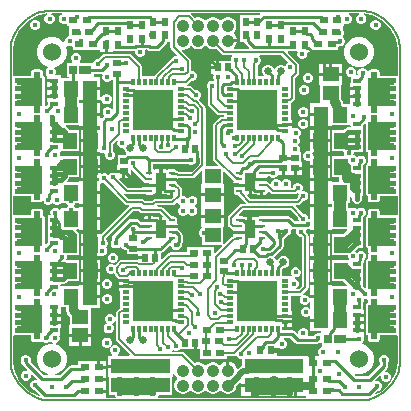
<source format=gbl>
G04*
G04 #@! TF.GenerationSoftware,Altium Limited,Altium Designer,22.9.1 (49)*
G04*
G04 Layer_Physical_Order=6*
G04 Layer_Color=16711680*
%FSLAX25Y25*%
%MOIN*%
G70*
G04*
G04 #@! TF.SameCoordinates,5A2D5F74-2F22-471E-A729-26C66B6EDD7C*
G04*
G04*
G04 #@! TF.FilePolarity,Positive*
G04*
G01*
G75*
%ADD15C,0.00500*%
%ADD16C,0.01000*%
%ADD17C,0.01575*%
%ADD45R,0.02953X0.02362*%
%ADD46R,0.02520X0.02362*%
%ADD47R,0.02362X0.02520*%
%ADD50R,0.02362X0.02953*%
%ADD51R,0.04134X0.03150*%
%ADD52R,0.02559X0.03150*%
%ADD57R,0.03150X0.01339*%
%ADD58R,0.02598X0.01654*%
%ADD60R,0.05512X0.05118*%
%ADD62R,0.05118X0.05512*%
%ADD68C,0.01968*%
%ADD71C,0.00866*%
%ADD72C,0.03937*%
%ADD73C,0.03150*%
%ADD74C,0.04134*%
%ADD75C,0.06000*%
%ADD76C,0.01772*%
%ADD77C,0.02362*%
%ADD78C,0.02500*%
G04:AMPARAMS|DCode=79|XSize=35.43mil|YSize=62.99mil|CornerRadius=0.89mil|HoleSize=0mil|Usage=FLASHONLY|Rotation=0.000|XOffset=0mil|YOffset=0mil|HoleType=Round|Shape=RoundedRectangle|*
%AMROUNDEDRECTD79*
21,1,0.03543,0.06122,0,0,0.0*
21,1,0.03366,0.06299,0,0,0.0*
1,1,0.00177,0.01683,-0.03061*
1,1,0.00177,-0.01683,-0.03061*
1,1,0.00177,-0.01683,0.03061*
1,1,0.00177,0.01683,0.03061*
%
%ADD79ROUNDEDRECTD79*%
G04:AMPARAMS|DCode=80|XSize=19.68mil|YSize=9.84mil|CornerRadius=1.23mil|HoleSize=0mil|Usage=FLASHONLY|Rotation=0.000|XOffset=0mil|YOffset=0mil|HoleType=Round|Shape=RoundedRectangle|*
%AMROUNDEDRECTD80*
21,1,0.01968,0.00738,0,0,0.0*
21,1,0.01722,0.00984,0,0,0.0*
1,1,0.00246,0.00861,-0.00369*
1,1,0.00246,-0.00861,-0.00369*
1,1,0.00246,-0.00861,0.00369*
1,1,0.00246,0.00861,0.00369*
%
%ADD80ROUNDEDRECTD80*%
%ADD81R,0.02362X0.01181*%
%ADD82R,0.01181X0.02362*%
%ADD83R,0.13583X0.13583*%
%ADD84R,0.04528X0.05315*%
%ADD85C,0.04724*%
%ADD86C,0.02803*%
G36*
X51283Y64158D02*
X51361Y63764D01*
X51021Y63623D01*
X50550Y63152D01*
X50295Y62537D01*
Y61872D01*
X50550Y61257D01*
X51021Y60786D01*
X51636Y60532D01*
X52301D01*
X52916Y60786D01*
X53387Y61257D01*
X53642Y61872D01*
Y62537D01*
X53387Y63152D01*
X52916Y63623D01*
X52842Y63654D01*
X52944Y64038D01*
X53718Y63936D01*
X55361Y63496D01*
X56933Y62845D01*
X58406Y61994D01*
X59756Y60958D01*
X60958Y59756D01*
X61994Y58406D01*
X62845Y56933D01*
X63495Y55361D01*
X63936Y53718D01*
X64158Y52032D01*
X64158Y51181D01*
Y43365D01*
X63764Y43155D01*
X63693Y43202D01*
X63386Y43264D01*
X58086D01*
Y44606D01*
X58025Y44914D01*
X57851Y45174D01*
X57591Y45348D01*
X57284Y45409D01*
X55039D01*
X54732Y45348D01*
X54472Y45174D01*
X54298Y44914D01*
X54286Y44852D01*
X53876Y44812D01*
X53781Y45042D01*
X53310Y45513D01*
X52695Y45768D01*
X52274D01*
X52222Y46161D01*
X53157Y46412D01*
X54324Y47086D01*
X55277Y48039D01*
X55950Y49206D01*
X56299Y50507D01*
Y51855D01*
X55950Y53157D01*
X55277Y54324D01*
X54324Y55277D01*
X53157Y55950D01*
X51855Y56299D01*
X50507D01*
X49205Y55950D01*
X48039Y55277D01*
X47086Y54324D01*
X46412Y53157D01*
X46063Y51855D01*
Y50507D01*
X46412Y49206D01*
X47086Y48039D01*
X48039Y47086D01*
X49205Y46412D01*
X50507Y46063D01*
X51714D01*
X51792Y45669D01*
X51414Y45513D01*
X50944Y45042D01*
X50689Y44427D01*
Y43762D01*
X50709Y43713D01*
X50484Y43382D01*
X50250Y43387D01*
X50031Y43740D01*
X50172Y44082D01*
Y44747D01*
X49918Y45362D01*
X49447Y45833D01*
X48832Y46088D01*
X48166D01*
X47551Y45833D01*
X47080Y45362D01*
X46826Y44747D01*
Y44082D01*
X47080Y43467D01*
X47551Y42996D01*
X48166Y42741D01*
X48425D01*
Y40902D01*
X48213D01*
Y39575D01*
X50512D01*
Y38575D01*
X48213D01*
Y37248D01*
Y37016D01*
X50512D01*
Y36016D01*
X48213D01*
Y33858D01*
X46125D01*
X46123Y33869D01*
X45874Y34241D01*
X45729Y34971D01*
X45322Y35580D01*
Y36417D01*
X45276Y36650D01*
Y40142D01*
X45488D01*
Y43201D01*
X41732D01*
X37976D01*
Y40142D01*
X38189D01*
Y34071D01*
X35024D01*
Y30815D01*
X38583D01*
Y30315D01*
X39083D01*
Y26559D01*
X42142D01*
Y26772D01*
X48140D01*
X48376Y26439D01*
X48284Y26114D01*
X47638D01*
X47638Y26114D01*
X47023Y25991D01*
X46502Y25643D01*
X45958Y25098D01*
X42126D01*
Y18209D01*
X45789D01*
X46056Y17824D01*
X46043Y17795D01*
Y17129D01*
X46167Y16831D01*
X45904Y16437D01*
X42126D01*
Y9547D01*
X44442D01*
Y9071D01*
X44442Y9071D01*
X44564Y8456D01*
X44690Y8268D01*
X44480Y7874D01*
X42142D01*
Y8087D01*
X39083D01*
Y4331D01*
Y575D01*
X42102D01*
Y-575D01*
X39083D01*
Y-4331D01*
Y-8087D01*
X42142D01*
Y-7874D01*
X44311D01*
X44549Y-7972D01*
X45215D01*
X45452Y-7874D01*
X47116D01*
X47267Y-8238D01*
X45958Y-9547D01*
X42126D01*
Y-16437D01*
X47451D01*
X47532Y-16557D01*
Y-17223D01*
X47786Y-17838D01*
X47794Y-17845D01*
X47643Y-18209D01*
X42126D01*
Y-25098D01*
X45802D01*
X45806Y-25104D01*
X47110Y-26408D01*
X46959Y-26772D01*
X42142D01*
Y-26559D01*
X39083D01*
Y-30315D01*
X38583D01*
Y-30815D01*
X34995D01*
X34630Y-30888D01*
X34489Y-30548D01*
X34019Y-30078D01*
X33404Y-29823D01*
X32738D01*
X32688Y-29844D01*
X32465Y-29510D01*
X34069Y-27906D01*
X34298Y-27563D01*
X34379Y-27158D01*
Y-10108D01*
X34298Y-9703D01*
X34069Y-9360D01*
X33563Y-8855D01*
Y-8344D01*
X33491Y-8170D01*
X33566Y-8017D01*
X33781Y-7842D01*
X34018Y-7940D01*
X34683D01*
X34758Y-7909D01*
X35024Y-8087D01*
Y-8087D01*
X38083D01*
Y-4331D01*
Y-575D01*
X35024D01*
Y-4323D01*
X34703Y-4556D01*
X34350Y-4462D01*
Y-3998D01*
X34096Y-3383D01*
X33625Y-2912D01*
X33010Y-2657D01*
X32500D01*
X30083Y-240D01*
X30233Y123D01*
X30709D01*
X31113Y204D01*
X31457Y433D01*
X32500Y1476D01*
X33010D01*
X33625Y1731D01*
X34096Y2202D01*
X34350Y2817D01*
Y3482D01*
X34096Y4097D01*
X33625Y4568D01*
X33010Y4823D01*
X32497D01*
X32243Y5125D01*
X32222Y5187D01*
X32382Y5573D01*
Y6238D01*
X32127Y6853D01*
X31657Y7324D01*
X31041Y7579D01*
X30376D01*
X29761Y7324D01*
X29290Y6853D01*
X29035Y6238D01*
Y5971D01*
X28635D01*
X28440Y6365D01*
X28642Y6852D01*
Y7518D01*
X28387Y8133D01*
X27916Y8603D01*
X27301Y8858D01*
X26636D01*
X26021Y8603D01*
X25550Y8133D01*
X25488Y7983D01*
X25062D01*
X25041Y8034D01*
X24570Y8505D01*
X23955Y8760D01*
X23289D01*
X22674Y8505D01*
X22204Y8034D01*
X21949Y7419D01*
Y7419D01*
X21585Y7268D01*
X21216Y7638D01*
X20873Y7867D01*
X20671Y8309D01*
X20681Y8358D01*
X18701D01*
Y9358D01*
X20681D01*
X20676Y9383D01*
X20983Y9777D01*
X21443D01*
X21690Y9530D01*
X22305Y9276D01*
X22971D01*
X23586Y9530D01*
X24056Y10001D01*
X24163Y10260D01*
X25484D01*
Y12441D01*
X26484D01*
Y10260D01*
X28244D01*
Y10260D01*
X29421D01*
Y12441D01*
X29921D01*
Y12941D01*
X32181D01*
Y14622D01*
X31969D01*
Y17874D01*
X31734D01*
X31471Y18268D01*
X31594Y18565D01*
Y19230D01*
X31340Y19845D01*
X30909Y20276D01*
X31340Y20706D01*
X31594Y21321D01*
Y21986D01*
X31340Y22601D01*
X31030Y22911D01*
X31489Y23370D01*
X31743Y23985D01*
Y24651D01*
X31489Y25266D01*
X31018Y25736D01*
X30403Y25991D01*
X29737D01*
X29122Y25736D01*
X28756Y25927D01*
Y26469D01*
X26575D01*
Y27468D01*
X28756D01*
Y28559D01*
X28543D01*
Y34196D01*
X28590Y34206D01*
X28934Y34435D01*
X29541Y35043D01*
X29770Y35386D01*
X29851Y35791D01*
Y42422D01*
X30860Y43431D01*
X31089Y43774D01*
X31170Y44179D01*
Y46860D01*
X31089Y47264D01*
X30860Y47607D01*
X27483Y50984D01*
X27646Y51378D01*
X30529D01*
X30748Y51051D01*
X30654Y50825D01*
Y50159D01*
X30909Y49544D01*
X31379Y49074D01*
X31994Y48819D01*
X32660D01*
X33275Y49074D01*
X33746Y49544D01*
X34001Y50159D01*
Y50825D01*
X33995Y50838D01*
X34214Y51165D01*
X35252D01*
Y51968D01*
X44291D01*
Y52879D01*
X44549Y53051D01*
X45215D01*
X45830Y53306D01*
X46300Y53777D01*
X46555Y54391D01*
Y55057D01*
X46300Y55672D01*
X45866Y56106D01*
Y56492D01*
X45907Y56532D01*
X46161Y57147D01*
Y57813D01*
X45907Y58428D01*
X45866Y58468D01*
Y59842D01*
X46260D01*
Y60375D01*
X46654Y60638D01*
X46911Y60532D01*
X47577D01*
X48192Y60786D01*
X48662Y61257D01*
X48917Y61872D01*
Y62537D01*
X48662Y63152D01*
X48192Y63623D01*
X47852Y63764D01*
X47930Y64158D01*
X51283D01*
D02*
G37*
G36*
X-47930Y64158D02*
X-47852Y63764D01*
X-48192Y63623D01*
X-48663Y63152D01*
X-48917Y62537D01*
Y61872D01*
X-48663Y61257D01*
X-48192Y60786D01*
X-47577Y60532D01*
X-46911D01*
X-46654Y60638D01*
X-46260Y60375D01*
Y59842D01*
X-45472D01*
Y56398D01*
X-45608D01*
X-46223Y56143D01*
X-46694Y55672D01*
X-46949Y55057D01*
Y54744D01*
X-47343Y54581D01*
X-48039Y55277D01*
X-49206Y55950D01*
X-50507Y56299D01*
X-51855D01*
X-53157Y55950D01*
X-54324Y55277D01*
X-55277Y54324D01*
X-55950Y53157D01*
X-56299Y51855D01*
Y50507D01*
X-55950Y49206D01*
X-55277Y48039D01*
X-54324Y47086D01*
X-53157Y46412D01*
X-52608Y46265D01*
X-52580Y45850D01*
X-52993Y45436D01*
X-53248Y44821D01*
Y44155D01*
X-52993Y43540D01*
X-52811Y43358D01*
Y42134D01*
X-50512D01*
Y41134D01*
X-52811D01*
Y39807D01*
Y39575D01*
X-50512D01*
Y38575D01*
X-52811D01*
Y37248D01*
Y37016D01*
X-50512D01*
Y36016D01*
X-52811D01*
Y34689D01*
X-52598D01*
Y33757D01*
X-52606Y33719D01*
X-53035Y33290D01*
X-53464Y33344D01*
X-53528Y33422D01*
Y42461D01*
X-53589Y42768D01*
X-53763Y43028D01*
X-54023Y43202D01*
X-54237Y43245D01*
Y44606D01*
X-54298Y44914D01*
X-54472Y45174D01*
X-54732Y45348D01*
X-55039Y45409D01*
X-57284D01*
X-57591Y45348D01*
X-57851Y45174D01*
X-58025Y44914D01*
X-58086Y44606D01*
Y43264D01*
X-63386D01*
X-63693Y43202D01*
X-63764Y43155D01*
X-64158Y43365D01*
Y51181D01*
Y52032D01*
X-63936Y53718D01*
X-63496Y55361D01*
X-62845Y56933D01*
X-61994Y58406D01*
X-60958Y59756D01*
X-59756Y60958D01*
X-58406Y61994D01*
X-56933Y62845D01*
X-55361Y63495D01*
X-53718Y63936D01*
X-52944Y64038D01*
X-52842Y63654D01*
X-52916Y63623D01*
X-53387Y63152D01*
X-53642Y62537D01*
Y61872D01*
X-53387Y61257D01*
X-52916Y60786D01*
X-52301Y60532D01*
X-51636D01*
X-51021Y60786D01*
X-50550Y61257D01*
X-50295Y61872D01*
Y62537D01*
X-50550Y63152D01*
X-51021Y63623D01*
X-51361Y63764D01*
X-51283Y64158D01*
X-51181D01*
X-47930D01*
D02*
G37*
G36*
X18102Y64158D02*
X18285Y63764D01*
X18132Y63583D01*
X11417D01*
Y59055D01*
Y54528D01*
X12844D01*
X12854Y54476D01*
X13139Y54050D01*
X14587Y52603D01*
X14436Y52239D01*
X9640D01*
X9489Y52632D01*
X9954Y53097D01*
X10358Y53796D01*
X10541Y54480D01*
X7500D01*
Y55480D01*
X10541D01*
X10358Y56164D01*
X9954Y56863D01*
X9455Y57363D01*
X9387Y57475D01*
X9423Y57866D01*
X9784Y58228D01*
X10160Y58879D01*
X10354Y59605D01*
Y60356D01*
X10160Y61082D01*
X9784Y61733D01*
X9253Y62264D01*
X8602Y62640D01*
X7876Y62835D01*
X7124D01*
X6398Y62640D01*
X5747Y62264D01*
X5230Y61747D01*
X5171Y61700D01*
X4829D01*
X4770Y61747D01*
X4253Y62264D01*
X3602Y62640D01*
X2876Y62835D01*
X2124D01*
X1398Y62640D01*
X747Y62264D01*
X230Y61747D01*
X171Y61700D01*
X-171D01*
X-230Y61747D01*
X-747Y62264D01*
X-1398Y62640D01*
X-2124Y62835D01*
X-2876D01*
X-3602Y62640D01*
X-3641Y62617D01*
X-4788Y63764D01*
X-4723Y64030D01*
X-4636Y64158D01*
X18102Y64158D01*
D02*
G37*
G36*
X230Y53213D02*
X747Y52696D01*
X1398Y52320D01*
X2124Y52126D01*
X2876D01*
X3602Y52320D01*
X3641Y52343D01*
X5551Y50433D01*
X5894Y50204D01*
X6299Y50123D01*
X8851D01*
X9014Y49730D01*
X8658Y49374D01*
X8404Y48759D01*
Y48110D01*
X6354D01*
Y48323D01*
X4673D01*
Y46063D01*
X4173D01*
Y45563D01*
X1992D01*
Y43803D01*
X2534D01*
X2753Y43476D01*
X2657Y43246D01*
Y42581D01*
X2912Y41966D01*
X2704Y41617D01*
X2680Y41600D01*
X2475Y41685D01*
X1809D01*
X1194Y41431D01*
X723Y40960D01*
X469Y40345D01*
Y39679D01*
X723Y39064D01*
X862Y38926D01*
Y33907D01*
X942Y33503D01*
X1172Y33159D01*
X3833Y30498D01*
X4176Y30269D01*
X4581Y30188D01*
X6102D01*
Y29654D01*
X5368D01*
X4963Y29574D01*
X4620Y29344D01*
X2795Y27520D01*
X2566Y27176D01*
X2486Y26772D01*
Y15632D01*
X2566Y15228D01*
X2795Y14885D01*
X4127Y13553D01*
X3977Y13189D01*
X304D01*
X55Y13493D01*
X73Y13587D01*
Y32605D01*
X-7Y33010D01*
X-236Y33353D01*
X-2239Y35355D01*
X-1796Y35798D01*
X-1541Y36413D01*
Y37079D01*
X-1796Y37694D01*
X-2266Y38165D01*
X-2881Y38419D01*
X-3392D01*
X-4500Y39527D01*
X-4843Y39757D01*
X-5248Y39837D01*
X-5922D01*
X-6025Y40215D01*
X-5802Y40383D01*
X-5781Y40397D01*
X-4731Y41447D01*
X-4221D01*
X-3606Y41702D01*
X-3135Y42173D01*
X-2880Y42788D01*
Y43453D01*
X-3135Y44068D01*
X-3606Y44539D01*
X-4221Y44794D01*
X-4848D01*
Y48031D01*
X-4928Y48436D01*
X-5158Y48779D01*
X-7898Y51520D01*
X-7735Y51913D01*
X-7096D01*
X-6316Y52122D01*
X-5617Y52526D01*
X-5118Y53025D01*
X-5005Y53093D01*
X-4614Y53058D01*
X-4253Y52696D01*
X-3602Y52320D01*
X-2876Y52126D01*
X-2124D01*
X-1398Y52320D01*
X-747Y52696D01*
X-230Y53213D01*
X-171Y53261D01*
X171D01*
X230Y53213D01*
D02*
G37*
G36*
X-11662Y52730D02*
X-11581Y52325D01*
X-11352Y51982D01*
X-9439Y50069D01*
X-9631Y49705D01*
X-10175D01*
X-10790Y49450D01*
X-11261Y48979D01*
X-11348Y48769D01*
X-11367Y48765D01*
X-11710Y48536D01*
X-16746Y43500D01*
X-16975Y43157D01*
X-16985Y43110D01*
X-21186D01*
Y46224D01*
X-21267Y46629D01*
X-21496Y46972D01*
X-24892Y50368D01*
X-25236Y50597D01*
X-25640Y50678D01*
X-33345D01*
X-33750Y50597D01*
X-34093Y50368D01*
X-35563Y48898D01*
X-36074D01*
X-36689Y48643D01*
X-37159Y48172D01*
X-37381Y47638D01*
X-41656D01*
X-41819Y48031D01*
X-41684Y48166D01*
X-41429Y48781D01*
Y49447D01*
X-41684Y50062D01*
X-42155Y50533D01*
X-42770Y50787D01*
X-43435D01*
X-44050Y50533D01*
X-44521Y50062D01*
X-44776Y49447D01*
Y48781D01*
X-44521Y48166D01*
X-44386Y48031D01*
X-44549Y47638D01*
X-46260D01*
Y42913D01*
X-45505D01*
Y42520D01*
X-48213D01*
Y43461D01*
X-49763D01*
X-50026Y43854D01*
X-49902Y44155D01*
Y44821D01*
X-50156Y45436D01*
X-50404Y45683D01*
X-50286Y46122D01*
X-49206Y46412D01*
X-48039Y47086D01*
X-47086Y48039D01*
X-46412Y49206D01*
X-46063Y50507D01*
Y51855D01*
X-46352Y52933D01*
X-46022Y53222D01*
X-45608Y53051D01*
X-44943D01*
X-44685Y53158D01*
X-44291Y52895D01*
Y51968D01*
X-35252D01*
Y51165D01*
X-33571D01*
Y53642D01*
X-32571D01*
Y51165D01*
X-30890D01*
Y51378D01*
X-27165D01*
Y51534D01*
X-23690D01*
X-23478Y51522D01*
X-23327Y51163D01*
Y50848D01*
X-23072Y50233D01*
X-22601Y49763D01*
X-21986Y49508D01*
X-21321D01*
X-20706Y49763D01*
X-20235Y50233D01*
X-19980Y50848D01*
Y51514D01*
X-20063Y51714D01*
X-19845Y52042D01*
X-19453D01*
X-19330Y51918D01*
X-18904Y51634D01*
X-18402Y51534D01*
X-16051D01*
X-15549Y51634D01*
X-15123Y51918D01*
X-13139Y53903D01*
X-12854Y54328D01*
X-12815Y54528D01*
X-11662D01*
Y52730D01*
D02*
G37*
G36*
X27523Y47953D02*
X27446Y47567D01*
X27241Y47482D01*
X26770Y47011D01*
X26627Y46664D01*
X26351Y46609D01*
X25602Y46919D01*
X24792D01*
X24043Y46609D01*
X23470Y46036D01*
X23245Y45493D01*
X23121Y45452D01*
X22818Y45493D01*
X22593Y46036D01*
X22020Y46609D01*
X21271Y46919D01*
X20461D01*
X19712Y46609D01*
X19139Y46036D01*
X18829Y45287D01*
Y44477D01*
X19139Y43728D01*
X19363Y43504D01*
X19200Y43110D01*
X17396D01*
Y46758D01*
X17855Y46948D01*
X18325Y47419D01*
X18580Y48034D01*
Y48700D01*
X18325Y49315D01*
X17910Y49730D01*
X17963Y49993D01*
X18031Y50123D01*
X25353D01*
X27523Y47953D01*
D02*
G37*
G36*
X-34275Y43428D02*
X-34350Y43246D01*
Y42581D01*
X-34096Y41966D01*
X-33625Y41495D01*
X-33010Y41240D01*
X-32344D01*
X-31729Y41495D01*
X-31259Y41966D01*
X-31258Y41969D01*
X-30840D01*
Y32382D01*
X-30986Y32308D01*
X-31234Y32262D01*
X-31652Y32680D01*
X-32267Y32934D01*
X-32933D01*
X-33548Y32680D01*
X-34018Y32209D01*
X-34273Y31594D01*
Y30929D01*
X-34018Y30314D01*
X-33843Y30138D01*
X-33882Y29747D01*
X-33999Y29668D01*
X-34630Y29037D01*
X-35024Y29201D01*
Y29815D01*
X-38083D01*
Y26559D01*
X-35276D01*
Y25311D01*
X-37787D01*
Y21654D01*
Y17996D01*
X-35134D01*
X-34806Y17668D01*
X-34191Y17413D01*
X-33797D01*
X-33490Y17208D01*
X-33463Y17050D01*
Y16524D01*
X-33209Y15909D01*
X-32738Y15438D01*
X-32123Y15184D01*
X-31457D01*
X-30843Y15438D01*
X-30372Y15909D01*
X-30117Y16524D01*
Y17190D01*
X-30372Y17805D01*
X-30733Y18165D01*
Y20527D01*
X-29550Y21711D01*
X-29216Y21487D01*
X-29340Y21188D01*
Y20522D01*
X-29085Y19907D01*
X-28614Y19437D01*
X-27999Y19182D01*
X-27334D01*
X-27234Y18898D01*
Y18886D01*
X-26924Y18137D01*
X-26573Y17786D01*
X-26619Y17281D01*
X-26629Y17275D01*
X-26974Y16929D01*
X-29213D01*
Y13677D01*
X-29425D01*
Y11996D01*
X-27165D01*
Y11496D01*
X-26665D01*
Y9315D01*
X-24905D01*
Y11770D01*
X-24512Y11917D01*
X-20713Y8118D01*
X-20454Y7945D01*
X-20620Y7697D01*
X-20681Y7390D01*
X-18701D01*
Y6390D01*
X-20681D01*
X-20678Y6373D01*
X-20988Y5979D01*
X-25743D01*
X-28685Y8921D01*
X-28522Y9315D01*
X-27665D01*
Y10996D01*
X-29552D01*
X-29819Y10891D01*
X-30376Y11122D01*
X-31041D01*
X-31657Y10867D01*
X-32127Y10397D01*
X-32171Y10291D01*
X-32635Y10199D01*
X-32910Y10474D01*
X-33525Y10728D01*
X-34191D01*
X-34630Y10547D01*
X-35024Y10770D01*
Y12492D01*
X-37787D01*
Y9335D01*
X-35531D01*
Y8722D01*
X-35431Y8480D01*
X-35694Y8087D01*
X-38083D01*
Y4831D01*
X-35024D01*
Y7340D01*
X-34630Y7564D01*
X-34191Y7382D01*
X-33681D01*
X-26732Y433D01*
X-26389Y204D01*
X-25984Y123D01*
X-25551D01*
X-25388Y-270D01*
X-34630Y-9512D01*
X-35024Y-9349D01*
Y-9335D01*
X-37787D01*
Y-12992D01*
Y-16650D01*
X-35116D01*
X-34683Y-16829D01*
X-34018D01*
X-33403Y-16574D01*
X-32932Y-16103D01*
X-32677Y-15488D01*
Y-14823D01*
X-32932Y-14208D01*
X-33213Y-13926D01*
X-32833Y-13546D01*
X-32579Y-12931D01*
Y-12266D01*
X-32833Y-11651D01*
X-33194Y-11290D01*
Y-11068D01*
X-24075Y-1948D01*
X-22154D01*
X-21945Y-2157D01*
X-21602Y-2387D01*
X-21197Y-2467D01*
X-15173D01*
X-14301Y-3339D01*
X-14452Y-3703D01*
X-14461D01*
Y-7874D01*
X-15461D01*
Y-3703D01*
X-16644D01*
X-17008Y-3776D01*
X-17030Y-3743D01*
X-17401Y-3494D01*
X-17840Y-3407D01*
X-18201D01*
Y-4921D01*
X-18701D01*
Y-5421D01*
X-20814D01*
X-20942Y-5577D01*
X-21383D01*
X-22187Y-4773D01*
X-22613Y-4488D01*
X-23115Y-4388D01*
X-24916D01*
X-25418Y-4488D01*
X-25844Y-4773D01*
X-30849Y-9778D01*
X-31134Y-10204D01*
X-31234Y-10706D01*
Y-11545D01*
X-31340Y-11651D01*
X-31594Y-12266D01*
Y-12931D01*
X-31340Y-13546D01*
X-30869Y-14017D01*
X-30254Y-14272D01*
X-29588D01*
X-28973Y-14017D01*
X-28602Y-13646D01*
X-28228Y-13673D01*
X-28150Y-13708D01*
X-28027Y-14007D01*
X-27556Y-14478D01*
X-26941Y-14732D01*
X-26506D01*
X-26311Y-14862D01*
X-26063Y-14912D01*
Y-16299D01*
X-22417D01*
Y-16823D01*
X-20236D01*
Y-17823D01*
X-22417D01*
Y-17876D01*
X-22659Y-18074D01*
X-28001D01*
X-28406Y-18155D01*
X-28749Y-18384D01*
X-30257Y-19891D01*
X-30487Y-19661D01*
X-30929Y-19478D01*
X-30943Y-19472D01*
X-30864Y-19079D01*
X-30853Y-19079D01*
X-30412D01*
X-29797Y-18824D01*
X-29327Y-18353D01*
X-29072Y-17738D01*
Y-17073D01*
X-29327Y-16458D01*
X-29797Y-15987D01*
X-30412Y-15732D01*
X-31078D01*
X-31693Y-15987D01*
X-32164Y-16458D01*
X-32418Y-17073D01*
Y-17738D01*
X-32164Y-18353D01*
X-31693Y-18824D01*
X-31251Y-19007D01*
X-31237Y-19013D01*
X-31316Y-19406D01*
X-31327Y-19406D01*
X-31768D01*
X-32383Y-19661D01*
X-32854Y-20132D01*
X-33108Y-20747D01*
Y-21412D01*
X-32854Y-22027D01*
X-32383Y-22498D01*
X-31768Y-22753D01*
X-31102D01*
X-30638Y-22560D01*
X-30489Y-22640D01*
X-30260Y-22983D01*
X-29133Y-24110D01*
X-28790Y-24339D01*
X-28756Y-24346D01*
Y-24500D01*
X-26575D01*
Y-25500D01*
X-28756D01*
Y-26469D01*
X-26575D01*
Y-27468D01*
X-28756D01*
Y-28559D01*
X-28543D01*
Y-30315D01*
Y-34196D01*
X-28590Y-34206D01*
X-28934Y-34435D01*
X-29541Y-35043D01*
X-29770Y-35386D01*
X-29851Y-35791D01*
Y-37078D01*
X-30245Y-37157D01*
X-30373Y-36847D01*
X-30843Y-36377D01*
X-31459Y-36122D01*
X-32124D01*
X-32739Y-36377D01*
X-33210Y-36847D01*
X-33465Y-37462D01*
Y-38128D01*
X-33210Y-38743D01*
X-32974Y-38979D01*
X-33066Y-39443D01*
X-33184Y-39492D01*
X-33654Y-39963D01*
X-33909Y-40578D01*
Y-41243D01*
X-33654Y-41858D01*
X-33184Y-42329D01*
X-32569Y-42584D01*
X-31903D01*
X-31288Y-42329D01*
X-30817Y-41858D01*
X-30563Y-41243D01*
Y-40578D01*
X-30817Y-39963D01*
X-31053Y-39727D01*
X-30961Y-39262D01*
X-30843Y-39214D01*
X-30373Y-38743D01*
X-30245Y-38434D01*
X-29851Y-38512D01*
Y-44520D01*
X-29770Y-44925D01*
X-29541Y-45268D01*
X-25189Y-49621D01*
X-25340Y-49984D01*
X-28957D01*
X-29038Y-49819D01*
X-29078Y-49591D01*
X-28656Y-49168D01*
X-28401Y-48553D01*
Y-47888D01*
X-28656Y-47273D01*
X-29126Y-46802D01*
X-29741Y-46547D01*
X-30407D01*
X-31022Y-46802D01*
X-31493Y-47273D01*
X-31747Y-47888D01*
Y-48553D01*
X-31493Y-49168D01*
X-31070Y-49591D01*
X-31110Y-49819D01*
X-31191Y-49984D01*
X-32496D01*
Y-53043D01*
X-28740D01*
Y-54043D01*
X-32496D01*
Y-57102D01*
X-32283D01*
Y-63189D01*
X-30233D01*
X-30015Y-63714D01*
X-29935Y-63794D01*
X-30085Y-64158D01*
X-32730D01*
X-33055Y-63764D01*
Y-62311D01*
X-35531D01*
Y-61311D01*
X-33055D01*
Y-60055D01*
Y-58374D01*
X-35531D01*
Y-57374D01*
X-33055D01*
Y-56118D01*
Y-54437D01*
X-35531D01*
Y-53937D01*
X-36031D01*
Y-51756D01*
X-38008D01*
Y-51968D01*
X-42323D01*
Y-53306D01*
X-44776D01*
X-45278Y-53405D01*
X-45704Y-53690D01*
X-48575Y-56561D01*
X-49965D01*
X-50017Y-56168D01*
X-49206Y-55950D01*
X-48039Y-55277D01*
X-47086Y-54324D01*
X-46412Y-53157D01*
X-46063Y-51855D01*
Y-50507D01*
X-46412Y-49205D01*
X-47086Y-48038D01*
X-48039Y-47085D01*
X-49206Y-46412D01*
X-49993Y-46201D01*
X-49943Y-45807D01*
X-49328Y-45552D01*
X-48857Y-45082D01*
X-48602Y-44467D01*
Y-43801D01*
X-48696Y-43575D01*
X-48477Y-43248D01*
X-48425D01*
Y-40902D01*
X-48213D01*
Y-39575D01*
X-50512D01*
Y-38575D01*
X-48213D01*
Y-38342D01*
Y-37016D01*
X-50512D01*
Y-36016D01*
X-48213D01*
Y-33858D01*
X-46397D01*
Y-34949D01*
X-46213Y-35871D01*
X-45691Y-36652D01*
X-45276Y-37067D01*
Y-39748D01*
X-45488D01*
Y-42807D01*
X-37976D01*
Y-39748D01*
X-38189D01*
Y-34071D01*
X-35024D01*
Y-30815D01*
X-38583D01*
Y-30315D01*
X-39083D01*
Y-26559D01*
X-42142D01*
Y-26772D01*
X-48140D01*
X-48376Y-26439D01*
X-48285Y-26114D01*
X-47638D01*
X-47638Y-26114D01*
X-47023Y-25991D01*
X-46502Y-25643D01*
X-45958Y-25098D01*
X-42126D01*
Y-18209D01*
X-45980D01*
X-46414Y-17919D01*
X-46273Y-17578D01*
Y-16912D01*
X-46334Y-16764D01*
X-46115Y-16437D01*
X-42126D01*
Y-11671D01*
X-42095Y-11516D01*
Y-9928D01*
X-42095Y-9843D01*
X-42095Y-9843D01*
X-42126Y-9547D01*
X-42154D01*
X-42217Y-9228D01*
X-42565Y-8707D01*
X-42565Y-8707D01*
X-43035Y-8238D01*
X-42884Y-7874D01*
X-42142D01*
Y-8087D01*
X-39083D01*
Y-4331D01*
Y-575D01*
X-42142D01*
Y-787D01*
X-43397D01*
X-43463Y-627D01*
X-43854Y-237D01*
X-43902Y0D01*
X-43854Y237D01*
X-43463Y627D01*
X-43397Y787D01*
X-42142D01*
Y575D01*
X-39083D01*
Y4331D01*
Y8087D01*
X-42142D01*
Y7874D01*
X-46034D01*
X-46184Y8238D01*
X-45806Y8617D01*
X-45458Y9138D01*
X-45376Y9547D01*
X-42126D01*
Y16437D01*
X-48046D01*
X-48255Y16484D01*
X-48410Y16755D01*
Y17184D01*
X-48498Y17396D01*
X-48425Y17776D01*
D01*
X-48289Y18113D01*
X-48228Y18209D01*
X-42126D01*
Y25098D01*
X-45319D01*
X-45518Y25397D01*
X-45518Y25397D01*
X-46318Y26197D01*
X-46589Y26378D01*
X-46470Y26772D01*
X-42142D01*
Y26559D01*
X-39083D01*
Y30315D01*
Y34071D01*
X-42102D01*
Y35221D01*
X-39083D01*
Y38976D01*
X-38583D01*
Y39476D01*
X-35024D01*
Y42732D01*
X-36886D01*
X-37205Y42913D01*
Y43739D01*
X-34573D01*
X-34275Y43428D01*
D02*
G37*
G36*
X57284Y42461D02*
X63386D01*
Y40807D01*
X61535D01*
Y39902D01*
X63386D01*
Y38248D01*
X61535D01*
Y37343D01*
X63386D01*
Y35689D01*
X61535D01*
Y34784D01*
X63386D01*
Y33130D01*
X57284D01*
Y30984D01*
X55039D01*
Y33130D01*
X54331D01*
Y42461D01*
X55039D01*
Y44606D01*
X57284D01*
Y42461D01*
D02*
G37*
G36*
X-55039D02*
X-54331D01*
Y33130D01*
X-55039D01*
Y30984D01*
X-57284D01*
Y33130D01*
X-63386D01*
Y34784D01*
X-61535D01*
Y35689D01*
X-63386D01*
Y37343D01*
X-61535D01*
Y38248D01*
X-63386D01*
Y39902D01*
X-61535D01*
Y40807D01*
X-63386D01*
Y42461D01*
X-57284D01*
Y44606D01*
X-55039D01*
Y42461D01*
D02*
G37*
G36*
X57284Y27894D02*
X63386D01*
Y26240D01*
X61535D01*
Y25335D01*
X63386D01*
Y23681D01*
X61535D01*
Y22776D01*
X63386D01*
Y21122D01*
X61535D01*
Y20216D01*
X63386D01*
Y18563D01*
X57284D01*
Y16417D01*
X55039D01*
Y18563D01*
X54331D01*
Y27894D01*
X55039D01*
Y30039D01*
X57284D01*
Y27894D01*
D02*
G37*
G36*
X-55039D02*
X-54331D01*
Y18563D01*
X-55039D01*
Y16417D01*
X-57284D01*
Y18563D01*
X-63386D01*
Y20216D01*
X-61535D01*
Y21122D01*
X-63386D01*
Y22776D01*
X-61535D01*
Y23681D01*
X-63386D01*
Y25335D01*
X-61535D01*
Y26240D01*
X-63386D01*
Y27894D01*
X-57284D01*
Y30039D01*
X-55039D01*
Y27894D01*
D02*
G37*
G36*
X-2042Y14025D02*
X-4790Y11277D01*
X-8713D01*
X-8768Y11333D01*
X-9111Y11562D01*
X-9516Y11642D01*
X-9563D01*
X-9703Y11852D01*
X-10004Y12054D01*
X-10359Y12124D01*
X-12082D01*
X-12437Y12054D01*
X-12715Y11868D01*
X-12853Y11960D01*
X-13278Y12045D01*
X-14461D01*
Y7874D01*
Y3703D01*
X-13278D01*
X-12913Y3776D01*
X-12891Y3743D01*
X-12520Y3494D01*
X-12082Y3407D01*
X-11720D01*
Y4921D01*
X-10720D01*
Y3094D01*
X-10687Y3013D01*
X-11462Y2239D01*
X-16688D01*
X-17093Y2158D01*
X-17436Y1929D01*
X-17930Y1436D01*
X-20019D01*
X-20512Y1929D01*
X-20855Y2158D01*
X-21260Y2239D01*
X-25546D01*
X-27199Y3891D01*
X-26929Y4173D01*
X-26586Y3944D01*
X-26181Y3864D01*
X-20170D01*
X-19917Y3695D01*
X-19562Y3624D01*
X-17840D01*
X-17484Y3695D01*
X-17207Y3880D01*
X-17068Y3788D01*
X-16644Y3703D01*
X-15461D01*
Y7874D01*
Y12045D01*
X-16644D01*
X-17001Y11974D01*
X-17255Y12112D01*
X-17388Y12220D01*
Y13812D01*
X-5749D01*
X-5643Y13706D01*
X-5028Y13451D01*
X-4362D01*
X-3747Y13706D01*
X-3276Y14176D01*
X-3022Y14791D01*
Y15457D01*
X-3276Y16072D01*
X-3449Y16244D01*
X-3286Y16638D01*
X-2042D01*
Y14025D01*
D02*
G37*
G36*
X15461Y3703D02*
X16644D01*
X17008Y3776D01*
X17030Y3743D01*
X17401Y3494D01*
X17840Y3407D01*
X18201D01*
Y4921D01*
X19201D01*
Y3407D01*
X19562D01*
X20000Y3494D01*
X20372Y3743D01*
X20620Y4114D01*
X20707Y4552D01*
Y4640D01*
X21071Y4791D01*
X21696Y4166D01*
X22039Y3936D01*
X22444Y3856D01*
X29717D01*
X30121Y3936D01*
X30464Y4166D01*
X30513Y4214D01*
X30913Y4203D01*
X31143Y3931D01*
X31164Y3869D01*
X31004Y3482D01*
Y2972D01*
X30270Y2239D01*
X29788D01*
X29669Y2262D01*
X15064D01*
X13987Y3339D01*
X14138Y3703D01*
X14461D01*
Y7874D01*
X15461D01*
Y3703D01*
D02*
G37*
G36*
X57284Y13327D02*
X63386D01*
Y11673D01*
X61535D01*
Y10768D01*
X63386D01*
Y9114D01*
X61535D01*
Y8209D01*
X63386D01*
Y6555D01*
X61535D01*
Y5650D01*
X63386D01*
Y3996D01*
X57284D01*
Y1850D01*
X55039D01*
Y3996D01*
X54331D01*
Y13327D01*
X55039D01*
Y15472D01*
X57284D01*
Y13327D01*
D02*
G37*
G36*
X-55039D02*
X-54331D01*
Y3996D01*
X-55039D01*
Y1850D01*
X-57284D01*
Y3996D01*
X-63386D01*
Y5650D01*
X-61535D01*
Y6555D01*
X-63386D01*
Y8209D01*
X-61535D01*
Y9114D01*
X-63386D01*
Y10768D01*
X-61535D01*
Y11673D01*
X-63386D01*
Y13327D01*
X-57284D01*
Y15472D01*
X-55039D01*
Y13327D01*
D02*
G37*
G36*
X53528Y27197D02*
Y18563D01*
X53589Y18256D01*
X53763Y17995D01*
X54023Y17821D01*
X54237Y17779D01*
Y16417D01*
X54298Y16110D01*
X54408Y15945D01*
X54298Y15780D01*
X54237Y15472D01*
Y14111D01*
X54023Y14069D01*
X53763Y13894D01*
X53589Y13634D01*
X53528Y13327D01*
Y3996D01*
X53589Y3689D01*
X53763Y3428D01*
X54023Y3254D01*
X54237Y3212D01*
Y1850D01*
X54298Y1543D01*
X54472Y1283D01*
X54732Y1109D01*
X55039Y1048D01*
X57284D01*
X57591Y1109D01*
X57851Y1283D01*
X58025Y1543D01*
X58086Y1850D01*
Y3193D01*
X63386D01*
X63693Y3254D01*
X63764Y3302D01*
X64158Y3091D01*
X64158Y-3091D01*
X63764Y-3302D01*
X63693Y-3254D01*
X63386Y-3193D01*
X58086D01*
Y-1850D01*
X58025Y-1543D01*
X57851Y-1283D01*
X57591Y-1109D01*
X57284Y-1048D01*
X55039D01*
X54732Y-1109D01*
X54472Y-1283D01*
X54298Y-1543D01*
X54237Y-1850D01*
Y-3212D01*
X54023Y-3254D01*
X53763Y-3428D01*
X53589Y-3689D01*
X53528Y-3996D01*
Y-13327D01*
X53589Y-13634D01*
X53763Y-13894D01*
X54023Y-14069D01*
X54237Y-14111D01*
Y-15472D01*
X54298Y-15780D01*
X54408Y-15945D01*
X54298Y-16110D01*
X54237Y-16417D01*
Y-17779D01*
X54023Y-17821D01*
X53763Y-17995D01*
X53589Y-18256D01*
X53528Y-18563D01*
Y-27240D01*
X53164Y-27391D01*
X52598Y-26825D01*
Y-23563D01*
Y-19190D01*
X52615Y-19108D01*
X52829Y-18788D01*
X52929Y-18285D01*
Y-18102D01*
X53182Y-17848D01*
X53437Y-17233D01*
Y-16568D01*
X53182Y-15953D01*
X52712Y-15482D01*
X52097Y-15227D01*
X51431D01*
X50816Y-15482D01*
X50490Y-15808D01*
X50153Y-15471D01*
X49905Y-15369D01*
X49828Y-14982D01*
X50696Y-14114D01*
X52598D01*
Y-11555D01*
Y-8996D01*
Y-4623D01*
X52624Y-4496D01*
Y-3793D01*
X52719Y-3753D01*
X53190Y-3282D01*
X53445Y-2667D01*
Y-2002D01*
X53190Y-1387D01*
X52719Y-916D01*
X52104Y-661D01*
X51439D01*
X50824Y-916D01*
X50498Y-1242D01*
X50160Y-904D01*
X49545Y-650D01*
X48880D01*
X48611Y-761D01*
X48228Y-787D01*
X48228Y-787D01*
X48228Y-787D01*
X47662D01*
Y787D01*
X48228D01*
Y2897D01*
X48273Y2968D01*
X48531Y2974D01*
X48823Y2616D01*
X48788Y2441D01*
X48839Y2187D01*
Y1990D01*
X49093Y1375D01*
X49564Y904D01*
X50179Y650D01*
X50845D01*
X51460Y904D01*
X51930Y1375D01*
X52185Y1990D01*
Y2656D01*
X52118Y2819D01*
Y3209D01*
X52598D01*
Y5768D01*
Y8327D01*
Y12700D01*
X52624Y12827D01*
Y13530D01*
X52719Y13570D01*
X53190Y14041D01*
X53445Y14656D01*
Y15321D01*
X53190Y15936D01*
X52719Y16407D01*
X52104Y16662D01*
X51439D01*
X50824Y16407D01*
X50548Y16131D01*
X50163Y16516D01*
X49548Y16771D01*
X49359Y17054D01*
X49390Y17129D01*
Y17776D01*
X52598D01*
Y20335D01*
Y22894D01*
Y26825D01*
X53134Y27360D01*
X53528Y27197D01*
D02*
G37*
G36*
X-63693Y3254D02*
X-63386Y3193D01*
X-58086D01*
Y1850D01*
X-58025Y1543D01*
X-57851Y1283D01*
X-57591Y1109D01*
X-57284Y1048D01*
X-55039D01*
X-54732Y1109D01*
X-54472Y1283D01*
X-54375Y1427D01*
X-53977Y1428D01*
X-53945Y1417D01*
X-53781Y1021D01*
X-53310Y550D01*
X-52695Y295D01*
X-52029D01*
X-51414Y550D01*
X-50984Y980D01*
X-50554Y550D01*
X-49939Y295D01*
X-49273D01*
X-48658Y550D01*
X-48568Y640D01*
X-48228Y787D01*
Y787D01*
X-48228Y787D01*
X-46367D01*
X-46300Y627D01*
X-45910Y237D01*
X-45862Y0D01*
X-45910Y-237D01*
X-46300Y-627D01*
X-46367Y-787D01*
X-48228D01*
Y-1214D01*
X-48432Y-1307D01*
X-48622Y-1335D01*
X-49052Y-904D01*
X-49667Y-650D01*
X-50333D01*
X-50948Y-904D01*
X-51419Y-1375D01*
X-51673Y-1990D01*
Y-2656D01*
X-51607Y-2815D01*
X-51870Y-3209D01*
X-52598D01*
Y-6437D01*
Y-8996D01*
Y-12258D01*
X-53164Y-12824D01*
X-53528Y-12673D01*
Y-3996D01*
X-53589Y-3689D01*
X-53763Y-3428D01*
X-54023Y-3254D01*
X-54237Y-3212D01*
Y-1850D01*
X-54298Y-1543D01*
X-54472Y-1283D01*
X-54732Y-1109D01*
X-55039Y-1048D01*
X-57284D01*
X-57591Y-1109D01*
X-57851Y-1283D01*
X-58025Y-1543D01*
X-58086Y-1850D01*
Y-3193D01*
X-63386D01*
X-63693Y-3254D01*
X-63764Y-3302D01*
X-64158Y-3091D01*
X-64158Y3091D01*
X-63764Y3302D01*
X-63693Y3254D01*
D02*
G37*
G36*
X-1181Y11380D02*
Y7102D01*
X-1394D01*
Y4043D01*
X6118D01*
Y7102D01*
X5906D01*
Y11260D01*
X6269Y11411D01*
X9328Y8353D01*
X9478Y8252D01*
X9502Y8134D01*
X9548Y8065D01*
X9301Y7697D01*
X9240Y7390D01*
X11220D01*
Y6390D01*
X9240D01*
X9301Y6083D01*
X9548Y5714D01*
X9502Y5646D01*
X9431Y5290D01*
Y4552D01*
X9502Y4197D01*
X9703Y3896D01*
X10004Y3695D01*
X10359Y3624D01*
X10792D01*
X10957Y3378D01*
X13496Y839D01*
X13345Y475D01*
X12057D01*
X11652Y395D01*
X11309Y165D01*
X7914Y-3230D01*
X7684Y-3573D01*
X7604Y-3978D01*
Y-6296D01*
X7684Y-6701D01*
X7914Y-7044D01*
X8499Y-7630D01*
X8842Y-7859D01*
X8964Y-7883D01*
X8978Y-7890D01*
X9245Y-8303D01*
X9245Y-8333D01*
X9240Y-8358D01*
X11220D01*
Y-9358D01*
X9240D01*
X9301Y-9665D01*
X9312Y-9681D01*
X9264Y-10092D01*
X8921Y-10321D01*
X6299Y-12943D01*
X5906Y-12779D01*
Y-7102D01*
X6118D01*
Y-4043D01*
X2362D01*
X-1394D01*
Y-7102D01*
X-1181D01*
Y-7570D01*
X-1342Y-7637D01*
X-1812Y-8107D01*
X-2067Y-8722D01*
Y-9388D01*
X-1812Y-10003D01*
X-1342Y-10474D01*
X-1181Y-10540D01*
Y-13189D01*
X5496D01*
X5659Y-13583D01*
X3317Y-15925D01*
X2953Y-15775D01*
Y-13780D01*
X-6102D01*
Y-15621D01*
X-11650D01*
X-12055Y-15702D01*
X-12398Y-15931D01*
X-14439Y-17973D01*
X-14803Y-17822D01*
Y-15643D01*
X-14727D01*
X-14225Y-15543D01*
X-13799Y-15259D01*
X-13771Y-15216D01*
X-13728Y-15188D01*
X-11852Y-13311D01*
X-11488Y-13462D01*
Y-13582D01*
X-11233Y-14198D01*
X-10762Y-14668D01*
X-10147Y-14923D01*
X-9482D01*
X-8867Y-14668D01*
X-8396Y-14198D01*
X-8361Y-14113D01*
X-8237Y-14030D01*
X-7952Y-13604D01*
X-7852Y-13102D01*
X-7891Y-12909D01*
X-7736Y-12677D01*
X-7636Y-12175D01*
Y-9873D01*
X-7736Y-9371D01*
X-8021Y-8945D01*
X-9028Y-7938D01*
X-9328Y-7737D01*
X-9301Y-7697D01*
X-9240Y-7390D01*
X-11220D01*
Y-6390D01*
X-9240D01*
X-9301Y-6083D01*
X-9548Y-5714D01*
X-9502Y-5646D01*
X-9431Y-5290D01*
Y-4552D01*
X-9502Y-4197D01*
X-9703Y-3896D01*
X-10004Y-3695D01*
X-10359Y-3624D01*
X-11025D01*
X-13987Y-661D01*
X-14330Y-432D01*
X-14735Y-352D01*
X-15825D01*
X-16036Y42D01*
X-15981Y123D01*
X-11024D01*
X-10619Y204D01*
X-10276Y433D01*
X-9542Y1167D01*
X-9136Y1016D01*
X-8923Y504D01*
X-8533Y114D01*
X-8485Y-123D01*
X-8533Y-360D01*
X-8923Y-750D01*
X-9178Y-1365D01*
Y-2031D01*
X-8923Y-2646D01*
X-8453Y-3116D01*
X-7838Y-3371D01*
X-7172D01*
X-6557Y-3116D01*
X-6167Y-2726D01*
X-5930Y-2678D01*
X-5694Y-2726D01*
X-5303Y-3116D01*
X-4688Y-3371D01*
X-4022D01*
X-3407Y-3116D01*
X-2937Y-2646D01*
X-2682Y-2031D01*
Y-1365D01*
X-2937Y-750D01*
X-3327Y-360D01*
X-3376Y-123D01*
X-3327Y114D01*
X-2937Y504D01*
X-2682Y1119D01*
Y1785D01*
X-2937Y2400D01*
X-3407Y2870D01*
X-4022Y3125D01*
X-4688D01*
X-5303Y2870D01*
X-5694Y2480D01*
X-5930Y2431D01*
X-6167Y2480D01*
X-6557Y2870D01*
X-7172Y3125D01*
X-7516D01*
X-7855Y3243D01*
X-7891Y3489D01*
Y5521D01*
X-7972Y5926D01*
X-8201Y6269D01*
X-9328Y7396D01*
X-9478Y7496D01*
X-9502Y7614D01*
X-9548Y7683D01*
X-9301Y8051D01*
X-9214Y8489D01*
Y9110D01*
X-9151Y9162D01*
X-4352D01*
X-3947Y9242D01*
X-3604Y9472D01*
X-1545Y11531D01*
X-1181Y11380D01*
D02*
G37*
G36*
X31004Y-4153D02*
Y-4663D01*
X31087Y-4864D01*
X30868Y-5191D01*
X29790D01*
X28600Y-4001D01*
X28174Y-3716D01*
X27672Y-3616D01*
X20391D01*
X20352Y-3609D01*
X18701D01*
X18624Y-3624D01*
X17840D01*
X17484Y-3695D01*
X17207Y-3880D01*
X17068Y-3788D01*
X16644Y-3703D01*
X15461D01*
Y-7874D01*
X14461D01*
Y-3703D01*
X13278D01*
X12913Y-3776D01*
X12891Y-3743D01*
X12520Y-3494D01*
X12082Y-3407D01*
X11243D01*
X11092Y-3043D01*
X12495Y-1640D01*
X28491D01*
X31004Y-4153D01*
D02*
G37*
G36*
X57284Y-3996D02*
X63386D01*
Y-5650D01*
X61535D01*
Y-6555D01*
X63386D01*
Y-8209D01*
X61535D01*
Y-9114D01*
X63386D01*
Y-10768D01*
X61535D01*
Y-11673D01*
X63386D01*
Y-13327D01*
X57284D01*
Y-15472D01*
X55039D01*
Y-13327D01*
X54331D01*
Y-3996D01*
X55039D01*
Y-1850D01*
X57284D01*
Y-3996D01*
D02*
G37*
G36*
X-55039D02*
X-54331D01*
Y-13327D01*
X-55039D01*
Y-15472D01*
X-57284D01*
Y-13327D01*
X-63386D01*
Y-11673D01*
X-61535D01*
Y-10768D01*
X-63386D01*
Y-9114D01*
X-61535D01*
Y-8209D01*
X-63386D01*
Y-6555D01*
X-61535D01*
Y-5650D01*
X-63386D01*
Y-3996D01*
X-57284D01*
Y-1850D01*
X-55039D01*
Y-3996D01*
D02*
G37*
G36*
X29247Y-7817D02*
X30081D01*
X30300Y-8144D01*
X30217Y-8344D01*
Y-9010D01*
X30471Y-9625D01*
X30942Y-10096D01*
X31557Y-10350D01*
X32067D01*
X32263Y-10546D01*
Y-26720D01*
X31104Y-27879D01*
X30208D01*
X30130Y-27486D01*
X30330Y-27403D01*
X30801Y-26932D01*
X31055Y-26317D01*
Y-25651D01*
X30801Y-25036D01*
X30330Y-24566D01*
X29834Y-24360D01*
X29912Y-23967D01*
X30402D01*
X31017Y-23712D01*
X31487Y-23241D01*
X31742Y-22626D01*
Y-21960D01*
X31487Y-21346D01*
X31017Y-20875D01*
X30402Y-20620D01*
X29736D01*
X29121Y-20875D01*
X28650Y-21346D01*
X28396Y-21960D01*
Y-22626D01*
X28650Y-23241D01*
X28704Y-23295D01*
X28475Y-23622D01*
X25591D01*
Y-21148D01*
X25803Y-20935D01*
X26390D01*
X27138Y-20625D01*
X27711Y-20052D01*
X28022Y-19303D01*
Y-18492D01*
X27711Y-17743D01*
X27138Y-17170D01*
X26390Y-16860D01*
X25579D01*
X24830Y-17170D01*
X24257Y-17743D01*
X24032Y-18287D01*
X23606D01*
X23381Y-17743D01*
X22859Y-17221D01*
X22867Y-17135D01*
X25731Y-14271D01*
X26016Y-13845D01*
X26116Y-13343D01*
Y-11684D01*
X26222Y-11578D01*
X26476Y-10963D01*
Y-10764D01*
X27201Y-10039D01*
X27301D01*
X27916Y-9785D01*
X28387Y-9314D01*
X28642Y-8699D01*
Y-8086D01*
X28772Y-7919D01*
X28954Y-7758D01*
X29247Y-7817D01*
D02*
G37*
G36*
X57284Y-18563D02*
X63386D01*
Y-20216D01*
X61535D01*
Y-21122D01*
X63386D01*
Y-22776D01*
X61535D01*
Y-23681D01*
X63386D01*
Y-25335D01*
X61535D01*
Y-26240D01*
X63386D01*
Y-27894D01*
X57284D01*
Y-30039D01*
X55039D01*
Y-27894D01*
X54331D01*
Y-18563D01*
X55039D01*
Y-16417D01*
X57284D01*
Y-18563D01*
D02*
G37*
G36*
X-55039D02*
X-54331D01*
Y-27894D01*
X-55039D01*
Y-30039D01*
X-57284D01*
Y-27894D01*
X-63386D01*
Y-26240D01*
X-61535D01*
Y-25335D01*
X-63386D01*
Y-23681D01*
X-61535D01*
Y-22776D01*
X-63386D01*
Y-21122D01*
X-61535D01*
Y-20216D01*
X-63386D01*
Y-18563D01*
X-57284D01*
Y-16417D01*
X-55039D01*
Y-18563D01*
D02*
G37*
G36*
X31870Y-30331D02*
X31652Y-30548D01*
X31398Y-31163D01*
Y-31829D01*
X31652Y-32444D01*
X32123Y-32915D01*
X32738Y-33169D01*
X33404D01*
X34019Y-32915D01*
X34489Y-32444D01*
X34630Y-32105D01*
X35024Y-32183D01*
Y-34067D01*
X34729Y-34308D01*
X34689Y-34291D01*
X34412Y-34015D01*
X33797Y-33760D01*
X33132D01*
X32517Y-34015D01*
X32046Y-34486D01*
X31791Y-35100D01*
Y-35766D01*
X32046Y-36381D01*
X32517Y-36852D01*
X33132Y-37106D01*
X33797D01*
X34412Y-36852D01*
X34630Y-36634D01*
X35024Y-36797D01*
Y-37689D01*
X38583D01*
Y-38689D01*
X35024D01*
Y-41945D01*
X38461D01*
X38592Y-42019D01*
X38599Y-42314D01*
X38243Y-42556D01*
X38012Y-42461D01*
X37347D01*
X36732Y-42715D01*
X36261Y-43186D01*
X36103Y-43569D01*
X34479D01*
X34216Y-43176D01*
X34350Y-42852D01*
Y-42187D01*
X34096Y-41572D01*
X33625Y-41101D01*
X33010Y-40846D01*
X32344D01*
X31729Y-41101D01*
X31259Y-41572D01*
X31004Y-42187D01*
Y-42588D01*
X30610Y-42751D01*
X29787Y-41928D01*
X29361Y-41643D01*
X28859Y-41543D01*
X25591D01*
Y-40370D01*
X26075D01*
Y-38780D01*
X26575D01*
Y-38280D01*
X28756D01*
Y-37311D01*
X26575D01*
Y-36311D01*
X28756D01*
Y-35221D01*
X28543D01*
Y-29995D01*
X31542D01*
X31676Y-29968D01*
X31870Y-30331D01*
D02*
G37*
G36*
X57284Y-33130D02*
X63386D01*
Y-34784D01*
X61535D01*
Y-35689D01*
X63386D01*
Y-37343D01*
X61535D01*
Y-38248D01*
X63386D01*
Y-39902D01*
X61535D01*
Y-40807D01*
X63386D01*
Y-42461D01*
X57284D01*
Y-44606D01*
X55039D01*
Y-42461D01*
X54331D01*
Y-33130D01*
X55039D01*
Y-30984D01*
X57284D01*
Y-33130D01*
D02*
G37*
G36*
X-55039D02*
X-54331D01*
Y-42461D01*
X-55039D01*
Y-44606D01*
X-57284D01*
Y-42461D01*
X-63386D01*
Y-40807D01*
X-61535D01*
Y-39902D01*
X-63386D01*
Y-38248D01*
X-61535D01*
Y-37343D01*
X-63386D01*
Y-35689D01*
X-61535D01*
Y-34784D01*
X-63386D01*
Y-33130D01*
X-57284D01*
Y-30984D01*
X-55039D01*
Y-33130D01*
D02*
G37*
G36*
X29956Y-45810D02*
X30382Y-46095D01*
X30884Y-46194D01*
X36723D01*
X37225Y-46095D01*
X37651Y-45810D01*
X37654Y-45807D01*
X38012D01*
X38386Y-45652D01*
X38780Y-45915D01*
Y-46850D01*
X38780Y-46850D01*
X38740Y-47228D01*
X38324Y-47400D01*
X37853Y-47871D01*
X37598Y-48486D01*
Y-49152D01*
X37853Y-49767D01*
X37904Y-49817D01*
X37753Y-50181D01*
X36425D01*
Y-52362D01*
X35425D01*
Y-50181D01*
X33449D01*
Y-50197D01*
X26772D01*
X26378Y-50197D01*
Y-50197D01*
X26378D01*
X26378Y-50197D01*
X23992D01*
Y-48531D01*
X21811D01*
Y-47532D01*
X24025D01*
X24386Y-47382D01*
X24485Y-47481D01*
X25100Y-47736D01*
X25766D01*
X26381Y-47481D01*
X26851Y-47011D01*
X27106Y-46396D01*
Y-45730D01*
X26851Y-45115D01*
X26381Y-44644D01*
X26183Y-44562D01*
X26261Y-44169D01*
X28315D01*
X29956Y-45810D01*
D02*
G37*
G36*
X-2886Y-47929D02*
X-1772D01*
Y-51181D01*
X7283D01*
Y-50270D01*
X9538D01*
X9943Y-50190D01*
X10056Y-50114D01*
X10535Y-50242D01*
X10600Y-50399D01*
X11071Y-50870D01*
X11686Y-51125D01*
X12205D01*
Y-53401D01*
X11961Y-53449D01*
X11375Y-53841D01*
X10904Y-54312D01*
X10464Y-54194D01*
X10358Y-53796D01*
X9954Y-53097D01*
X9383Y-52526D01*
X8684Y-52122D01*
X8000Y-51939D01*
Y-54980D01*
X7000D01*
Y-51939D01*
X6316Y-52122D01*
X5617Y-52526D01*
X5118Y-53025D01*
X5005Y-53093D01*
X4614Y-53058D01*
X4253Y-52696D01*
X3602Y-52320D01*
X2876Y-52126D01*
X2124D01*
X1398Y-52320D01*
X747Y-52696D01*
X230Y-53213D01*
X171Y-53261D01*
X-171D01*
X-230Y-53213D01*
X-747Y-52696D01*
X-1398Y-52320D01*
X-2124Y-52126D01*
X-2876D01*
X-3602Y-52320D01*
X-3641Y-52343D01*
X-6902Y-49083D01*
X-7245Y-48853D01*
X-7650Y-48773D01*
X-10828D01*
X-11023Y-48379D01*
X-10881Y-48184D01*
X-10577Y-48167D01*
X-10092Y-48368D01*
X-9426D01*
X-8811Y-48114D01*
X-8414Y-47717D01*
X-5567D01*
Y-47929D01*
X-3886D01*
Y-45669D01*
X-2886D01*
Y-47929D01*
D02*
G37*
G36*
X-63693Y-43202D02*
X-63386Y-43264D01*
X-58086D01*
Y-44606D01*
X-58025Y-44914D01*
X-57851Y-45174D01*
X-57591Y-45348D01*
X-57284Y-45409D01*
X-55039D01*
X-54732Y-45348D01*
X-54472Y-45174D01*
X-54085Y-45561D01*
X-53470Y-45816D01*
X-52805D01*
X-52190Y-45561D01*
X-51959Y-45331D01*
X-51711Y-45098D01*
X-51445Y-45331D01*
X-51223Y-45552D01*
X-50941Y-45669D01*
X-51020Y-46063D01*
X-51855D01*
X-53157Y-46412D01*
X-54324Y-47085D01*
X-55277Y-48038D01*
X-55950Y-49205D01*
X-56299Y-50507D01*
Y-51855D01*
X-55950Y-53157D01*
X-55277Y-54324D01*
X-54324Y-55277D01*
X-53157Y-55950D01*
X-52345Y-56168D01*
X-52397Y-56561D01*
X-53787D01*
X-58324Y-52024D01*
X-58276Y-51908D01*
Y-51242D01*
X-58530Y-50627D01*
X-59001Y-50156D01*
X-59616Y-49902D01*
X-60282D01*
X-60897Y-50156D01*
X-61367Y-50627D01*
X-61622Y-51242D01*
Y-51908D01*
X-61367Y-52523D01*
X-61059Y-52831D01*
X-61051Y-52868D01*
X-60767Y-53294D01*
X-59431Y-54630D01*
X-59462Y-54738D01*
X-59624Y-54994D01*
X-60201D01*
X-60816Y-55248D01*
X-61287Y-55719D01*
X-61542Y-56334D01*
Y-57000D01*
X-61287Y-57615D01*
X-60816Y-58086D01*
X-60201Y-58340D01*
X-59536D01*
X-58921Y-58086D01*
X-58450Y-57615D01*
X-58195Y-57000D01*
Y-56423D01*
X-57939Y-56261D01*
X-57832Y-56230D01*
X-56230Y-57832D01*
X-56261Y-57939D01*
X-56423Y-58195D01*
X-57000D01*
X-57615Y-58450D01*
X-58086Y-58921D01*
X-58340Y-59536D01*
Y-60201D01*
X-58086Y-60816D01*
X-57615Y-61287D01*
X-57000Y-61542D01*
X-56850D01*
X-55295Y-63097D01*
X-55518Y-63431D01*
X-56933Y-62845D01*
X-58406Y-61994D01*
X-59756Y-60958D01*
X-60958Y-59756D01*
X-61994Y-58406D01*
X-62845Y-56933D01*
X-63496Y-55361D01*
X-63936Y-53718D01*
X-64158Y-52032D01*
X-64158Y-51181D01*
Y-43365D01*
X-63764Y-43155D01*
X-63693Y-43202D01*
D02*
G37*
G36*
X54237Y-31404D02*
Y-32346D01*
X54023Y-32388D01*
X53763Y-32562D01*
X53589Y-32823D01*
X53528Y-33130D01*
Y-42461D01*
X53589Y-42768D01*
X53763Y-43028D01*
X54023Y-43202D01*
X54237Y-43245D01*
Y-44606D01*
X54298Y-44914D01*
X54472Y-45174D01*
X54732Y-45348D01*
X55039Y-45409D01*
X57284D01*
X57591Y-45348D01*
X57851Y-45174D01*
X58025Y-44914D01*
X58086Y-44606D01*
Y-43264D01*
X63386D01*
X63693Y-43202D01*
X63764Y-43155D01*
X64158Y-43365D01*
Y-51181D01*
X64158Y-52032D01*
X63936Y-53718D01*
X63495Y-55361D01*
X62845Y-56933D01*
X61994Y-58406D01*
X60958Y-59756D01*
X59756Y-60958D01*
X58406Y-61994D01*
X56933Y-62845D01*
X56844Y-62881D01*
X56625Y-62554D01*
X57270Y-61909D01*
X57419D01*
X58034Y-61655D01*
X58505Y-61184D01*
X58760Y-60569D01*
Y-59903D01*
X58505Y-59288D01*
X58034Y-58818D01*
X57419Y-58563D01*
X56842D01*
X56680Y-58307D01*
X56649Y-58199D01*
X58199Y-56649D01*
X58307Y-56680D01*
X58563Y-56842D01*
Y-57419D01*
X58818Y-58034D01*
X59288Y-58505D01*
X59903Y-58760D01*
X60569D01*
X61184Y-58505D01*
X61655Y-58034D01*
X61909Y-57419D01*
Y-56754D01*
X61655Y-56139D01*
X61184Y-55668D01*
X60569Y-55413D01*
X59992D01*
X59830Y-55158D01*
X59799Y-55050D01*
X60483Y-54365D01*
X60768Y-53939D01*
X60868Y-53437D01*
Y-52628D01*
X60974Y-52523D01*
X61228Y-51908D01*
Y-51242D01*
X60974Y-50627D01*
X60503Y-50156D01*
X59888Y-49902D01*
X59222D01*
X58607Y-50156D01*
X58137Y-50627D01*
X57882Y-51242D01*
Y-51908D01*
X58137Y-52523D01*
X58242Y-52628D01*
Y-52893D01*
X54181Y-56955D01*
X50150D01*
X49680Y-56485D01*
X49884Y-56132D01*
X50507Y-56299D01*
X51855D01*
X53157Y-55950D01*
X54324Y-55277D01*
X55277Y-54324D01*
X55950Y-53157D01*
X56299Y-51855D01*
Y-50507D01*
X55950Y-49205D01*
X55277Y-48038D01*
X54324Y-47085D01*
X53157Y-46412D01*
X52369Y-46201D01*
X52269Y-45766D01*
X52600Y-45436D01*
X52854Y-44821D01*
Y-44155D01*
X52730Y-43854D01*
X52811Y-43461D01*
X52811D01*
X52811Y-43461D01*
Y-42134D01*
X50512D01*
Y-41134D01*
X52811D01*
Y-40902D01*
Y-39575D01*
X50512D01*
Y-38575D01*
X52811D01*
Y-38342D01*
Y-37016D01*
X50512D01*
Y-36016D01*
X52811D01*
Y-34689D01*
X52598D01*
Y-32478D01*
X52685Y-32392D01*
X52939Y-31776D01*
Y-31326D01*
X53000Y-31286D01*
X53666D01*
X53909Y-31185D01*
X54237Y-31404D01*
D02*
G37*
G36*
X-10358Y-56164D02*
X-9954Y-56863D01*
X-9455Y-57363D01*
X-9387Y-57475D01*
X-9423Y-57866D01*
X-9784Y-58228D01*
X-10160Y-58879D01*
X-10354Y-59605D01*
Y-60356D01*
X-10160Y-61082D01*
X-9784Y-61733D01*
X-9253Y-62264D01*
X-8602Y-62640D01*
X-7876Y-62835D01*
X-7124D01*
X-6398Y-62640D01*
X-5747Y-62264D01*
X-5230Y-61747D01*
X-5171Y-61700D01*
X-4829D01*
X-4770Y-61747D01*
X-4253Y-62264D01*
X-3602Y-62640D01*
X-2876Y-62835D01*
X-2124D01*
X-1398Y-62640D01*
X-747Y-62264D01*
X-230Y-61747D01*
X-171Y-61700D01*
X171D01*
X230Y-61747D01*
X747Y-62264D01*
X1398Y-62640D01*
X2124Y-62835D01*
X2876D01*
X3602Y-62640D01*
X4253Y-62264D01*
X4770Y-61747D01*
X4829Y-61700D01*
X5171D01*
X5230Y-61747D01*
X5747Y-62264D01*
X6398Y-62640D01*
X7124Y-62835D01*
X7876D01*
X8602Y-62640D01*
X9253Y-62264D01*
X9784Y-61733D01*
X10160Y-61082D01*
X10354Y-60356D01*
Y-60109D01*
X11628Y-58835D01*
X11992Y-58986D01*
Y-59342D01*
X15748D01*
Y-59842D01*
X16248D01*
Y-63402D01*
X22335D01*
Y-59842D01*
X23335D01*
Y-63402D01*
X29421D01*
Y-59842D01*
X30421D01*
Y-63402D01*
X33449D01*
Y-63992D01*
X33124Y-64158D01*
X-15584Y-64158D01*
X-15735Y-63794D01*
X-15654Y-63714D01*
X-15437Y-63189D01*
X-11024D01*
Y-57102D01*
X-10811D01*
Y-55994D01*
X-10417Y-55942D01*
X-10358Y-56164D01*
D02*
G37*
%LPC*%
G36*
X57026Y61909D02*
X56360D01*
X55745Y61655D01*
X55274Y61184D01*
X55020Y60569D01*
Y59903D01*
X55274Y59288D01*
X55745Y58818D01*
X56360Y58563D01*
X57026D01*
X57641Y58818D01*
X58111Y59288D01*
X58366Y59903D01*
Y60569D01*
X58111Y61184D01*
X57641Y61655D01*
X57026Y61909D01*
D02*
G37*
G36*
X45488Y47260D02*
X42232D01*
Y44201D01*
X45488D01*
Y47260D01*
D02*
G37*
G36*
X41232D02*
X37976D01*
Y44201D01*
X41232D01*
Y47260D01*
D02*
G37*
G36*
X34449Y44154D02*
X33783D01*
X33168Y43899D01*
X32697Y43429D01*
X32443Y42814D01*
Y42148D01*
X32697Y41533D01*
X33168Y41062D01*
X33783Y40808D01*
X34449D01*
X35063Y41062D01*
X35534Y41533D01*
X35789Y42148D01*
Y42814D01*
X35534Y43429D01*
X35063Y43899D01*
X34449Y44154D01*
D02*
G37*
G36*
X33305Y40256D02*
X32640D01*
X32025Y40001D01*
X31554Y39530D01*
X31299Y38915D01*
Y38250D01*
X31554Y37635D01*
X32025Y37164D01*
X32640Y36909D01*
X33305D01*
X33920Y37164D01*
X34391Y37635D01*
X34646Y38250D01*
Y38915D01*
X34391Y39530D01*
X33920Y40001D01*
X33305Y40256D01*
D02*
G37*
G36*
X33010Y32776D02*
X32344D01*
X31729Y32521D01*
X31259Y32050D01*
X31004Y31435D01*
Y30770D01*
X31259Y30155D01*
X31729Y29684D01*
X32344Y29429D01*
X33010D01*
X33625Y29684D01*
X34096Y30155D01*
X34350Y30770D01*
Y31435D01*
X34096Y32050D01*
X33625Y32521D01*
X33010Y32776D01*
D02*
G37*
G36*
X38083Y29815D02*
X35024D01*
Y26559D01*
X38083D01*
Y29815D01*
D02*
G37*
G36*
X33018Y28893D02*
X32352D01*
X31737Y28638D01*
X31266Y28168D01*
X31012Y27553D01*
Y26887D01*
X31266Y26272D01*
X31737Y25801D01*
X32352Y25547D01*
X33018D01*
X33633Y25801D01*
X34103Y26272D01*
X34358Y26887D01*
Y27553D01*
X34103Y28168D01*
X33633Y28638D01*
X33018Y28893D01*
D02*
G37*
G36*
X41551Y25311D02*
X38787D01*
Y22154D01*
X41551D01*
Y25311D01*
D02*
G37*
G36*
X37787D02*
X35024D01*
Y22154D01*
X37787D01*
Y25311D01*
D02*
G37*
G36*
Y21154D02*
X35024D01*
Y18381D01*
X34696Y18162D01*
X34585Y18209D01*
X33919D01*
X33304Y17954D01*
X32833Y17483D01*
X32579Y16868D01*
Y16203D01*
X32833Y15588D01*
X33304Y15117D01*
X33919Y14862D01*
X34585D01*
X34696Y14908D01*
X35024Y14690D01*
Y13492D01*
X37787D01*
Y16650D01*
X35925D01*
Y16868D01*
X35671Y17483D01*
X35551Y17602D01*
X35714Y17996D01*
X37787D01*
Y21154D01*
D02*
G37*
G36*
X41551D02*
X38787D01*
Y17996D01*
X41551D01*
Y21154D01*
D02*
G37*
G36*
Y16650D02*
X38787D01*
Y13492D01*
X41551D01*
Y16650D01*
D02*
G37*
G36*
X32181Y11941D02*
X30421D01*
Y10260D01*
X32181D01*
Y11941D01*
D02*
G37*
G36*
X41551Y12492D02*
X38787D01*
Y9335D01*
X41551D01*
Y12492D01*
D02*
G37*
G36*
X37787D02*
X35024D01*
Y9335D01*
X37787D01*
Y12492D01*
D02*
G37*
G36*
X38083Y8087D02*
X35024D01*
Y4831D01*
X38083D01*
Y8087D01*
D02*
G37*
G36*
Y3831D02*
X35024D01*
Y575D01*
X38083D01*
Y3831D01*
D02*
G37*
G36*
X41551Y-9335D02*
X38787D01*
Y-12492D01*
X41551D01*
Y-9335D01*
D02*
G37*
G36*
X37787D02*
X35024D01*
Y-12492D01*
X37787D01*
Y-9335D01*
D02*
G37*
G36*
X41551Y-13492D02*
X38787D01*
Y-16650D01*
X41551D01*
Y-13492D01*
D02*
G37*
G36*
X37787D02*
X35024D01*
Y-16650D01*
X37787D01*
Y-13492D01*
D02*
G37*
G36*
X41551Y-17996D02*
X38787D01*
Y-21154D01*
X41551D01*
Y-17996D01*
D02*
G37*
G36*
X37787D02*
X35024D01*
Y-21154D01*
X37787D01*
Y-17996D01*
D02*
G37*
G36*
X41551Y-22153D02*
X38787D01*
Y-25311D01*
X41551D01*
Y-22153D01*
D02*
G37*
G36*
X37787D02*
X35024D01*
Y-25311D01*
X37787D01*
Y-22153D01*
D02*
G37*
G36*
X38083Y-26559D02*
X35024D01*
Y-29815D01*
X38083D01*
Y-26559D01*
D02*
G37*
G36*
X-56360Y61909D02*
X-57026D01*
X-57641Y61655D01*
X-58111Y61184D01*
X-58366Y60569D01*
Y59903D01*
X-58111Y59288D01*
X-57641Y58818D01*
X-57026Y58563D01*
X-56360D01*
X-55745Y58818D01*
X-55274Y59288D01*
X-55020Y59903D01*
Y60569D01*
X-55274Y61184D01*
X-55745Y61655D01*
X-56360Y61909D01*
D02*
G37*
G36*
X3673Y48323D02*
X1992D01*
Y46563D01*
X3673D01*
Y48323D01*
D02*
G37*
G36*
X-35024Y38476D02*
X-38083D01*
Y35221D01*
X-35039D01*
X-35024Y35221D01*
X-34646Y35182D01*
Y35100D01*
X-34391Y34485D01*
X-33920Y34015D01*
X-33305Y33760D01*
X-32640D01*
X-32025Y34015D01*
X-31554Y34485D01*
X-31299Y35100D01*
Y35766D01*
X-31554Y36381D01*
X-32025Y36852D01*
X-32640Y37106D01*
X-33305D01*
X-33920Y36852D01*
X-34391Y36381D01*
X-34646Y35766D01*
X-35024Y35804D01*
Y38476D01*
D02*
G37*
G36*
Y34071D02*
X-38083D01*
Y30815D01*
X-35024D01*
Y34071D01*
D02*
G37*
G36*
X-38787Y25311D02*
X-41551D01*
Y22154D01*
X-38787D01*
Y25311D01*
D02*
G37*
G36*
Y21154D02*
X-41551D01*
Y17996D01*
X-38787D01*
Y21154D01*
D02*
G37*
G36*
X-35024Y16650D02*
X-37787D01*
Y13492D01*
X-35024D01*
Y16650D01*
D02*
G37*
G36*
X-38787D02*
X-41551D01*
Y13492D01*
X-38787D01*
Y16650D01*
D02*
G37*
G36*
Y12492D02*
X-41551D01*
Y9335D01*
X-38787D01*
Y12492D01*
D02*
G37*
G36*
X-35024Y3831D02*
X-38083D01*
Y575D01*
X-35024D01*
Y3831D01*
D02*
G37*
G36*
Y-575D02*
X-38083D01*
Y-3831D01*
X-35024D01*
Y-575D01*
D02*
G37*
G36*
X-19201Y-3407D02*
X-19562D01*
X-20000Y-3494D01*
X-20372Y-3743D01*
X-20620Y-4114D01*
X-20681Y-4421D01*
X-19201D01*
Y-3407D01*
D02*
G37*
G36*
X-35024Y-4831D02*
X-38083D01*
Y-8087D01*
X-35024D01*
Y-4831D01*
D02*
G37*
G36*
X-38787Y-9335D02*
X-41551D01*
Y-12492D01*
X-38787D01*
Y-9335D01*
D02*
G37*
G36*
Y-13492D02*
X-41551D01*
Y-16650D01*
X-38787D01*
Y-13492D01*
D02*
G37*
G36*
X-35024Y-17996D02*
X-37787D01*
Y-21154D01*
X-35024D01*
Y-17996D01*
D02*
G37*
G36*
X-38787D02*
X-41551D01*
Y-21154D01*
X-38787D01*
Y-17996D01*
D02*
G37*
G36*
X-35024Y-22153D02*
X-37787D01*
Y-25311D01*
X-35024D01*
Y-22153D01*
D02*
G37*
G36*
X-38787D02*
X-41551D01*
Y-25311D01*
X-38787D01*
Y-22153D01*
D02*
G37*
G36*
X-32478Y-24520D02*
X-33143D01*
X-33758Y-24775D01*
X-34229Y-25246D01*
X-34484Y-25861D01*
Y-26526D01*
X-34229Y-27141D01*
X-33758Y-27612D01*
X-33143Y-27867D01*
X-32478D01*
X-31863Y-27612D01*
X-31392Y-27141D01*
X-31137Y-26526D01*
Y-25861D01*
X-31392Y-25246D01*
X-31863Y-24775D01*
X-32478Y-24520D01*
D02*
G37*
G36*
X-35024Y-26559D02*
X-38083D01*
Y-29815D01*
X-35024D01*
Y-26559D01*
D02*
G37*
G36*
X-32344Y-29429D02*
X-33010D01*
X-33625Y-29684D01*
X-34096Y-30155D01*
X-34350Y-30770D01*
Y-31435D01*
X-34096Y-32050D01*
X-33625Y-32521D01*
X-33010Y-32776D01*
X-32344D01*
X-31729Y-32521D01*
X-31259Y-32050D01*
X-31004Y-31435D01*
Y-30770D01*
X-31259Y-30155D01*
X-31729Y-29684D01*
X-32344Y-29429D01*
D02*
G37*
G36*
X-37976Y-43807D02*
X-41232D01*
Y-46866D01*
X-37976D01*
Y-43807D01*
D02*
G37*
G36*
X-42232D02*
X-45488D01*
Y-46866D01*
X-42232D01*
Y-43807D01*
D02*
G37*
G36*
X-32570Y-44021D02*
X-33236D01*
X-33851Y-44276D01*
X-34321Y-44747D01*
X-34576Y-45362D01*
Y-46027D01*
X-34321Y-46643D01*
X-33851Y-47113D01*
X-33236Y-47368D01*
X-32570D01*
X-31955Y-47113D01*
X-31484Y-46643D01*
X-31230Y-46027D01*
Y-45362D01*
X-31484Y-44747D01*
X-31955Y-44276D01*
X-32570Y-44021D01*
D02*
G37*
G36*
X-33055Y-51756D02*
X-35032D01*
Y-53437D01*
X-33055D01*
Y-51756D01*
D02*
G37*
G36*
X6118Y3043D02*
X-1394D01*
Y-16D01*
Y-3043D01*
X2362D01*
X6118D01*
Y-16D01*
Y3043D01*
D02*
G37*
G36*
X28756Y-39279D02*
X27075D01*
Y-40370D01*
X28756D01*
Y-39279D01*
D02*
G37*
G36*
X15248Y-60343D02*
X11992D01*
Y-63402D01*
X15248D01*
Y-60343D01*
D02*
G37*
%LPD*%
D15*
X-35741Y47224D02*
X-33345Y49620D01*
X1919Y39790D02*
X2142Y40012D01*
X1919Y33907D02*
Y39790D01*
X4331Y42569D02*
Y42913D01*
X4065Y35610D02*
Y42303D01*
Y35610D02*
X6460Y33215D01*
X4065Y42303D02*
X4331Y42569D01*
X6460Y33215D02*
X7730D01*
X8071Y32874D01*
X1919Y33907D02*
X4581Y31246D01*
X-10430Y41145D02*
X-6529D01*
X-4553Y43121D01*
X-10433Y41142D02*
X-10430Y41145D01*
X30112Y44179D02*
Y46860D01*
X28793Y42860D02*
X30112Y44179D01*
X28793Y35791D02*
Y42860D01*
X6299Y51181D02*
X25791D01*
X30112Y46860D01*
X-33345Y49620D02*
X-25640D01*
X-22244Y46224D01*
Y41142D02*
Y46224D01*
X-31790Y16857D02*
Y20966D01*
X-28793Y23963D01*
Y27989D01*
X-28186Y28596D01*
X-26915D01*
X33321Y-27158D02*
Y-10108D01*
X31890Y-8677D02*
X33321Y-10108D01*
X31542Y-28937D02*
X33321Y-27158D01*
X26575Y-28937D02*
X31542D01*
X-5906Y44488D02*
Y48031D01*
X-6693Y43701D02*
X-5906Y44488D01*
X-10604Y52730D02*
X-5906Y48031D01*
X-11113Y43701D02*
X-6693D01*
X-12061Y42753D02*
X-11113Y43701D01*
X-15998Y41482D02*
Y42753D01*
X-10962Y47788D01*
X-10086D01*
X-16339Y41142D02*
X-15998Y41482D01*
X-10086Y47788D02*
X-9843Y48031D01*
X-11113Y45669D02*
X-7874D01*
X-14370Y41142D02*
X-14030Y41482D01*
Y42753D01*
X-11113Y45669D01*
X-10604Y52730D02*
Y61266D01*
X-8786Y63085D01*
X-5604D01*
X-2500Y59980D01*
X-12061Y41482D02*
Y42753D01*
X-12402Y41142D02*
X-12061Y41482D01*
X-8071Y38780D02*
X-5248D01*
X-3214Y36746D01*
X-10978Y10585D02*
X-9516D01*
X-9151Y10220D01*
X-4352D02*
X-984Y13587D01*
X-11220Y10827D02*
X-10978Y10585D01*
X-984Y13587D02*
Y32605D01*
X-9151Y10220D02*
X-4352D01*
X-3940Y34752D02*
X-3131D01*
X-984Y32605D01*
X-5999Y36811D02*
X-3940Y34752D01*
X-8071Y36811D02*
X-5999D01*
X-6460Y34502D02*
X-5423Y33465D01*
X-3665D02*
X-2454Y32253D01*
X-5423Y33465D02*
X-3665D01*
X-7730Y34502D02*
X-6460D01*
X-8071Y34843D02*
X-7730Y34502D01*
X-3629Y27033D02*
X-2454Y28208D01*
Y32253D01*
X-6460Y30565D02*
X-5217Y29321D01*
Y29039D02*
Y29321D01*
X-7730Y30565D02*
X-6460D01*
X-8071Y30906D02*
X-7730Y30565D01*
X-4587Y31667D02*
X-4377Y31457D01*
X-5570Y31667D02*
X-4587D01*
X-6436Y32533D02*
X-5570Y31667D01*
X-7730Y32533D02*
X-6436D01*
X-8071Y32874D02*
X-7730Y32533D01*
X3543Y26772D02*
X5368Y28596D01*
X3543Y15632D02*
Y26772D01*
Y15632D02*
X10075Y9100D01*
X5368Y28596D02*
X7730D01*
X10053Y17471D02*
X10474D01*
X14029Y21027D01*
X9810Y17228D02*
X10053Y17471D01*
X14029Y21027D02*
Y22297D01*
X12276Y16543D02*
X16339Y20606D01*
Y22638D01*
X6863Y17300D02*
X7106Y17057D01*
X9231Y14173D02*
X12625D01*
X7106Y16298D02*
Y17057D01*
Y16298D02*
X9231Y14173D01*
X11064Y20030D02*
X12061Y21027D01*
X9744Y19786D02*
X9987Y20030D01*
X11064D01*
X12625Y14173D02*
X14950Y16498D01*
X17375D01*
X21903Y21027D02*
Y22297D01*
X17375Y16498D02*
X21903Y21027D01*
Y22297D02*
X22244Y22638D01*
X14029Y22297D02*
X14370Y22638D01*
X10077Y46117D02*
X12338Y43856D01*
X10077Y46117D02*
Y48426D01*
X16339Y41142D02*
Y47455D01*
X16907Y48023D02*
Y48367D01*
X16339Y47455D02*
X16907Y48023D01*
X12986Y48419D02*
X12992Y48425D01*
X12986Y46244D02*
Y48419D01*
X4581Y31246D02*
X7730D01*
X8071Y30906D01*
X7730Y28596D02*
X8071Y28937D01*
X10075Y9100D02*
X10978D01*
X11220Y8858D01*
X12061Y22297D02*
X12402Y22638D01*
X12061Y21027D02*
Y22297D01*
X-3687Y-16679D02*
X-3543Y-16535D01*
X-34252Y-10630D02*
X-24513Y-891D01*
X-21716D01*
X-21197Y-1409D01*
X-14735D01*
X-33858Y9055D02*
X-25984Y1181D01*
X-21260D01*
X-20457Y378D01*
X-17491D01*
X-11650Y-16679D02*
X-3687D01*
X-34252Y-12598D02*
Y-10630D01*
X-12445Y20154D02*
X-12423Y20175D01*
X-5745Y-25840D02*
X-1825D01*
X-4070Y-27128D02*
X-1754Y-29444D01*
X-7911Y-27128D02*
X-4070D01*
X-4675Y-29921D02*
X-4331D01*
X-5726Y-31246D02*
X-2606Y-34366D01*
X-7730Y-31246D02*
X-5726D01*
X-8665Y-20419D02*
X-8218Y-20866D01*
X-11453Y-20419D02*
X-8665D01*
X-8218Y-20866D02*
X-7874D01*
X-15998Y-21027D02*
X-11650Y-16679D01*
X6255Y-21856D02*
X6299Y-21811D01*
X9449Y-19685D02*
X9692Y-19442D01*
X6255Y-23577D02*
Y-21856D01*
X5852Y-23980D02*
X6255Y-23577D01*
X5852Y-26020D02*
Y-23980D01*
Y-26020D02*
X6460Y-26628D01*
X-11945Y-18943D02*
X-7077D01*
X-6085Y-19935D01*
X-26915Y-35183D02*
X-26575Y-34843D01*
X-28186Y-35183D02*
X-26915D01*
X-28793Y-35791D02*
X-28186Y-35183D01*
X-28793Y-44520D02*
Y-35791D01*
X-22244Y36811D02*
X-18898Y33465D01*
X-14370Y20620D02*
Y22638D01*
X-14370Y22638D02*
X-14370Y22638D01*
X-14961Y20029D02*
X-14370Y20620D01*
X-14961Y19685D02*
Y20029D01*
X-12423Y20175D02*
Y22616D01*
X-12402Y22638D01*
X-26915Y28596D02*
X-26575Y28937D01*
X-16659Y20707D02*
Y22318D01*
X-16339Y22638D01*
X-16884Y20482D02*
X-16659Y20707D01*
X-16884Y18888D02*
Y20482D01*
Y18888D02*
X-15757Y17762D01*
X-11766D01*
X-9843Y19685D01*
X14370Y-28937D02*
X17323Y-31890D01*
X3966Y-27189D02*
X3990Y-27165D01*
X3966Y-27530D02*
Y-27189D01*
X3085Y-28411D02*
X3966Y-27530D01*
X3085Y-32896D02*
Y-28411D01*
Y-32896D02*
X5032Y-34843D01*
X8071D01*
X787Y-41339D02*
X3107Y-39019D01*
X1905Y-37732D02*
X4295D01*
X5216Y-36811D01*
X7831Y-39019D02*
X8071Y-38780D01*
X3107Y-39019D02*
X7831D01*
X787Y-36614D02*
X1905Y-37732D01*
X5332Y-29526D02*
X6400Y-30594D01*
X5008Y-29526D02*
X5332D01*
X6400Y-30594D02*
X7760D01*
X8071Y-30906D01*
X5092Y-32183D02*
X5436D01*
X6127Y-32874D01*
X8071D01*
X3543Y-24892D02*
Y-17194D01*
X787Y-36614D02*
Y-27648D01*
X3543Y-24892D01*
X15998Y-42753D02*
Y-41482D01*
X9538Y-49213D02*
X15998Y-42753D01*
Y-41482D02*
X16339Y-41142D01*
X4331Y-41339D02*
X10236D01*
X-2606Y-35977D02*
Y-34366D01*
Y-35977D02*
X-2362Y-36220D01*
X-4331Y-39622D02*
X-3543Y-40410D01*
X-4331Y-39622D02*
Y-35344D01*
X-6460Y-33215D02*
X-4331Y-35344D01*
X6460Y-26628D02*
X7730D01*
X8071Y-26969D01*
X11811Y-49243D02*
X12019Y-49451D01*
X12262Y-49208D01*
Y-48797D01*
X17113Y-43947D01*
X20709D01*
X21903Y-42753D01*
Y-41482D01*
X22244Y-41142D01*
X5020Y-45374D02*
X6057Y-46411D01*
X10371D01*
X5020Y-45374D02*
Y-45276D01*
X98Y-48819D02*
Y-45276D01*
Y-41732D01*
X5020Y-49213D02*
X9538D01*
X12061Y-42753D02*
Y-41482D01*
X7874Y-44488D02*
X10325D01*
X12061Y-42753D01*
Y-41482D02*
X12402Y-41142D01*
X14029Y-41482D02*
X14370Y-41142D01*
X10371Y-46411D02*
X14029Y-42753D01*
Y-41482D01*
X10236Y-41339D02*
X10433Y-41142D01*
X98Y-48819D02*
X492Y-49213D01*
X98Y-41732D02*
X492Y-41339D01*
X787D01*
X3543Y-17194D02*
X9669Y-11069D01*
X10978D02*
X11220Y-10827D01*
X5216Y-36811D02*
X8071D01*
X9669Y-11069D02*
X10978D01*
X-17071Y-17623D02*
X-16772Y-17323D01*
X-17652Y-19620D02*
X-17071Y-19040D01*
X-22171Y-19620D02*
X-17652D01*
X-17071Y-19040D02*
Y-17623D01*
X-28385Y-23362D02*
X-26068D01*
X-25147Y-22441D01*
X-28001Y-19132D02*
X-22659D01*
X-22171Y-19620D01*
X-29512Y-20642D02*
X-28001Y-19132D01*
X-29512Y-22235D02*
Y-20642D01*
Y-22235D02*
X-28385Y-23362D01*
X-25147Y-22441D02*
X-24803D01*
X18898Y-33465D02*
X22244Y-36811D01*
X-27589Y-21439D02*
X-27314D01*
X-26295Y-20419D01*
X-23192D01*
X-22585Y-22297D02*
Y-21027D01*
Y-22297D02*
X-22244Y-22638D01*
X-23192Y-20419D02*
X-22585Y-21027D01*
X-7650Y-49830D02*
X-2500Y-54980D01*
X-23483Y-49830D02*
X-7650D01*
X-28793Y-44520D02*
X-23483Y-49830D01*
X-11811Y-37402D02*
Y-37008D01*
X-9154Y-43012D02*
X-9064D01*
X-5852Y-39800D01*
X-6460Y-37152D02*
X-5852Y-37759D01*
X-7730Y-37152D02*
X-6460D01*
X-5852Y-39800D02*
Y-37759D01*
X-8071Y-36811D02*
X-7730Y-37152D01*
X-16339Y-22638D02*
X-15998Y-22297D01*
Y-21027D01*
X-3543Y-40551D02*
Y-40410D01*
X-8071Y-32874D02*
X-7730Y-33215D01*
X-6460D01*
X-8071Y-30906D02*
X-7730Y-31246D01*
X-5659Y-28937D02*
X-4675Y-29921D01*
X-8071Y-28937D02*
X-5659D01*
X-8071Y-26969D02*
X-7911Y-27128D01*
X394Y-23622D02*
X689D01*
X-1825Y-25840D02*
X394Y-23622D01*
X-6245Y-25341D02*
X-5745Y-25840D01*
X-7730Y-25341D02*
X-6245D01*
X-8071Y-25000D02*
X-7730Y-25341D01*
X-4089Y-23372D02*
X-3839Y-23622D01*
X-10092Y-23372D02*
X-4089D01*
X-10433Y-23031D02*
Y-22638D01*
Y-23031D02*
X-10092Y-23372D01*
X-6085Y-19935D02*
X-4089D01*
X-3839Y-19685D01*
X-14029Y-21027D02*
X-11945Y-18943D01*
X-14029Y-22297D02*
Y-21027D01*
X-14370Y-22638D02*
X-14029Y-22297D01*
X-12402Y-22638D02*
X-12061Y-22297D01*
Y-21027D01*
X-11453Y-20419D01*
X12338Y41205D02*
X12402Y41142D01*
X12338Y41205D02*
Y43856D01*
X12303Y-22539D02*
Y-19783D01*
X12205Y-19685D02*
X12303Y-19783D01*
Y-22539D02*
X12402Y-22638D01*
X-10002Y-46452D02*
Y-45903D01*
X-12402Y-43504D02*
Y-41142D01*
Y-43504D02*
X-10002Y-45903D01*
Y-46452D02*
X-9759Y-46695D01*
X14370Y41142D02*
Y44860D01*
X12986Y46244D02*
X14370Y44860D01*
Y-20620D02*
X14961Y-20029D01*
X14370Y-22638D02*
Y-20620D01*
Y-22638D02*
X14370Y-22638D01*
X14961Y-20029D02*
Y-19685D01*
X-14029Y-42366D02*
X-14029Y-42366D01*
X-14029Y-42366D02*
Y-41482D01*
X-14370Y-41142D02*
X-14029Y-41482D01*
X-14029Y-45646D02*
X-12432Y-47244D01*
X-14029Y-45646D02*
Y-42366D01*
X16339Y-22638D02*
X16679Y-22297D01*
X9692Y-19442D02*
Y-18654D01*
X10630Y-17717D02*
X16142D01*
X9692Y-18654D02*
X10630Y-17717D01*
X16679Y-22297D02*
Y-21027D01*
X17323Y-20383D01*
X16142Y-17717D02*
X17323Y-18898D01*
Y-20383D02*
Y-18898D01*
X-16339Y-41142D02*
X-16240Y-41240D01*
Y-46539D02*
Y-41240D01*
Y-46539D02*
X-15021Y-47759D01*
Y-47907D02*
Y-47759D01*
X28186Y35183D02*
X28793Y35791D01*
X26915Y35183D02*
X28186D01*
X26575Y34843D02*
X26915Y35183D01*
X-10075Y6648D02*
X-8949Y5521D01*
X-10978Y6648D02*
X-10075D01*
X-8949Y3256D02*
Y5521D01*
X-11220Y6890D02*
X-10978Y6648D01*
X2500Y54980D02*
X6299Y51181D01*
X-23868Y12769D02*
X-19965Y8866D01*
X-23868Y12769D02*
Y14026D01*
X-14735Y-1409D02*
X-11705Y-4440D01*
X-17491Y378D02*
X-16688Y1181D01*
X-11024D01*
X-8949Y3256D01*
X14626Y1205D02*
X29669D01*
X11705Y4126D02*
X14626Y1205D01*
X12057Y-583D02*
X28929D01*
X8661Y-3978D02*
X12057Y-583D01*
X-24016Y14173D02*
X-23868Y14026D01*
X-19965Y8866D02*
X-18709D01*
X-18701Y8858D01*
X11220Y4921D02*
X11697D01*
X11705Y4913D01*
Y4126D02*
Y4913D01*
X9247Y-6882D02*
X11213D01*
X8661Y-6296D02*
Y-3978D01*
Y-6296D02*
X9247Y-6882D01*
X-26181Y4921D02*
X-18701D01*
X-30709Y9449D02*
X-26181Y4921D01*
X-11705Y-4913D02*
Y-4440D01*
Y-4913D02*
X-11697Y-4921D01*
X-11220D01*
X30709Y1181D02*
X32677Y3150D01*
X29693Y1181D02*
X30709D01*
X29669Y1205D02*
X29693Y1181D01*
X29717Y4913D02*
X30709Y5906D01*
X22444Y4913D02*
X29717D01*
X20468Y6890D02*
X22444Y4913D01*
X18701Y6890D02*
X20468D01*
X18709Y10835D02*
X22524D01*
X18701Y10827D02*
X18709Y10835D01*
X22524D02*
X22638Y10949D01*
X11213Y-6882D02*
X11220Y-6890D01*
X28929Y-583D02*
X32677Y-4331D01*
X-64961Y-51181D02*
X-64925Y-52164D01*
X-64820Y-53142D01*
X-64646Y-54110D01*
X-64403Y-55063D01*
X-64092Y-55997D01*
X-63715Y-56905D01*
X-63275Y-57785D01*
X-62773Y-58631D01*
X-62212Y-59439D01*
X-61595Y-60205D01*
X-60925Y-60925D01*
X-60205Y-61595D01*
X-59439Y-62212D01*
X-58631Y-62773D01*
X-57785Y-63275D01*
X-56905Y-63715D01*
X-55997Y-64092D01*
X-55063Y-64403D01*
X-54110Y-64646D01*
X-53142Y-64820D01*
X-52164Y-64925D01*
X-51181Y-64961D01*
X51181D02*
X52164Y-64925D01*
X53142Y-64820D01*
X54110Y-64646D01*
X55063Y-64403D01*
X55997Y-64092D01*
X56905Y-63715D01*
X57785Y-63275D01*
X58631Y-62773D01*
X59439Y-62212D01*
X60205Y-61595D01*
X60925Y-60925D01*
X61595Y-60205D01*
X62212Y-59439D01*
X62773Y-58631D01*
X63275Y-57785D01*
X63715Y-56905D01*
X64092Y-55997D01*
X64403Y-55063D01*
X64646Y-54110D01*
X64820Y-53142D01*
X64925Y-52164D01*
X64961Y-51181D01*
Y51181D02*
X64925Y52164D01*
X64820Y53142D01*
X64646Y54110D01*
X64403Y55063D01*
X64092Y55997D01*
X63715Y56905D01*
X63275Y57785D01*
X62773Y58631D01*
X62212Y59439D01*
X61595Y60205D01*
X60925Y60925D01*
X60205Y61595D01*
X59439Y62212D01*
X58631Y62773D01*
X57785Y63275D01*
X56905Y63715D01*
X55997Y64092D01*
X55063Y64403D01*
X54110Y64646D01*
X53142Y64820D01*
X52164Y64925D01*
X51181Y64961D01*
X-51181D02*
X-52164Y64925D01*
X-53142Y64820D01*
X-54110Y64646D01*
X-55063Y64403D01*
X-55997Y64092D01*
X-56905Y63715D01*
X-57785Y63275D01*
X-58631Y62773D01*
X-59439Y62212D01*
X-60205Y61595D01*
X-60925Y60925D01*
X-61595Y60205D01*
X-62212Y59439D01*
X-62773Y58631D01*
X-63275Y57785D01*
X-63715Y56905D01*
X-64092Y55997D01*
X-64403Y55063D01*
X-64646Y54110D01*
X-64820Y53142D01*
X-64925Y52164D01*
X-64961Y51181D01*
X-51181Y64961D02*
X51181D01*
X64961Y-51181D02*
Y51181D01*
X-51181Y-64961D02*
X51181D01*
X-64960Y-51181D02*
Y51181D01*
D16*
X8071Y34843D02*
X14370D01*
X14173Y6496D02*
X14961D01*
X35078Y-57193D02*
X35925D01*
X22835Y-62598D02*
X28346D01*
X14711Y-7624D02*
X14961Y-7374D01*
X17323Y-62598D02*
X22835D01*
X17323D02*
Y-59842D01*
X15748D02*
X17323D01*
X-15945Y6496D02*
X-14961D01*
X-15157Y8071D02*
X-14961Y8268D01*
X-15453Y7669D02*
Y7874D01*
X-38583Y12992D02*
X-37213Y11622D01*
X-13976Y-34843D02*
X-8071D01*
X-24016Y-8858D02*
Y-7874D01*
Y-10866D02*
Y-8858D01*
X-18701D01*
X-29921Y-12598D02*
Y-10706D01*
X-24916Y-5701D01*
X-18701Y15124D02*
X-4695D01*
X-25701Y16346D02*
X-19923D01*
X-18701Y15124D01*
Y10827D02*
Y15124D01*
X-33071Y53642D02*
Y54410D01*
X-32835Y54646D01*
X-39835Y45051D02*
X-34476D01*
X33752Y52665D02*
X34293D01*
X39476Y45760D02*
Y49500D01*
X34293Y52665D02*
X35490Y51468D01*
X37508D02*
X39476Y49500D01*
X35490Y51468D02*
X37508D01*
X6357Y36902D02*
X7980D01*
X5602Y37656D02*
X6357Y36902D01*
X5602Y37656D02*
Y39903D01*
X6357Y40657D01*
X8298D01*
X42028Y53937D02*
X42667Y54577D01*
X44734D02*
X44882Y54724D01*
X42667Y54577D02*
X44734D01*
X-44526Y38621D02*
X-44193Y38954D01*
Y45276D01*
X-40059D02*
X-39835Y45051D01*
X-34476D02*
X-32677Y46850D01*
X-36694Y59959D02*
X-35720Y60933D01*
X-36694Y59566D02*
Y59959D01*
X-38386Y57874D02*
X-36694Y59566D01*
X-38681Y57874D02*
X-38386D01*
X-25197Y60138D02*
Y60252D01*
X-25878Y60933D02*
X-25197Y60252D01*
X-35720Y60933D02*
X-25878D01*
X-37500Y53937D02*
X-37205D01*
X-36524Y54618D02*
Y55204D01*
X-36524Y55204D02*
Y55209D01*
X-36524Y55204D02*
X-36524Y55204D01*
X-37205Y53937D02*
X-36524Y54618D01*
X-34539Y57193D02*
X-33752D01*
X-33071Y57874D01*
Y58169D01*
X-36524Y55209D02*
X-34539Y57193D01*
X-33964Y19192D02*
Y27847D01*
Y19192D02*
X-33858Y19087D01*
X-33964Y27847D02*
X-33071Y28740D01*
X-22154Y20197D02*
Y22547D01*
X-21654Y19291D02*
Y19697D01*
X-22154Y20197D02*
X-21654Y19697D01*
X-25197D02*
X-24303Y20591D01*
Y22547D02*
X-24213Y22638D01*
X-24303Y20591D02*
Y22547D01*
X-25197Y19291D02*
Y19697D01*
X-22244Y22638D02*
X-22154Y22547D01*
X41535Y43701D02*
X41732D01*
X39476Y45760D02*
X41535Y43701D01*
X33071Y53347D02*
Y53642D01*
Y53347D02*
X33752Y52665D01*
X41626Y-43709D02*
Y-42380D01*
X42823Y-41183D01*
Y-40248D01*
X44094Y-38976D01*
X40846Y-44488D02*
X41626Y-43709D01*
X44980Y-44488D02*
X51181D01*
X36723Y-44882D02*
X37471Y-44134D01*
X30884Y-44882D02*
X36723D01*
X37471Y-44134D02*
X37680D01*
X40953Y-51862D02*
X43201D01*
X40453Y-52362D02*
X40953Y-51862D01*
X59555Y-53437D02*
Y-51575D01*
X54724Y-58268D02*
X59555Y-53437D01*
X49606Y-58268D02*
X54724D01*
X43201Y-51862D02*
X49606Y-58268D01*
X33563Y-48819D02*
X34949Y-50205D01*
Y-51681D02*
Y-50205D01*
Y-51681D02*
X35630Y-52362D01*
X35925D01*
X24992Y-48819D02*
X33563D01*
X24492Y-48319D02*
X24992Y-48819D01*
X22098Y-48319D02*
X24492D01*
X21811Y-48031D02*
X22098Y-48319D01*
X35925Y-57193D02*
Y-52362D01*
X35078Y-57193D02*
X35759Y-57874D01*
X35925D01*
Y-61811D02*
Y-57874D01*
X28859Y-42856D02*
X30884Y-44882D01*
X19439Y-14419D02*
X21199D01*
X19291Y-14567D02*
X19439Y-14419D01*
X21199D02*
X22835Y-12783D01*
X29247Y-6504D02*
X33577D01*
X33667Y-6415D01*
X34203D02*
X34350Y-6267D01*
X33667Y-6415D02*
X34203D01*
X27672Y-4929D02*
X29247Y-6504D01*
X20360Y-4929D02*
X27672D01*
X-22835Y-62598D02*
X-17323D01*
X-29528Y41339D02*
Y43937D01*
Y41339D02*
X-29331Y41142D01*
X-29528Y47402D02*
X-29409Y47520D01*
X-26496D01*
X-26378Y47638D01*
X-14370Y28937D02*
X-8071D01*
X5352Y20877D02*
X6238Y19991D01*
X5352Y25874D02*
X6357Y26878D01*
X5352Y20877D02*
Y25874D01*
X6238Y19782D02*
Y19991D01*
X6357Y26878D02*
X7980D01*
X8071Y26969D01*
X-8071Y26969D02*
X-7980Y26878D01*
X-6357D01*
X-5602Y26124D01*
Y22559D02*
Y26124D01*
X-5906Y22256D02*
X-5602Y22559D01*
X-5906Y22047D02*
Y22256D01*
X24213Y-22638D02*
Y-20669D01*
X25984Y-18898D01*
X21185Y44413D02*
X21654Y44882D01*
X21185Y44413D02*
X22244Y43354D01*
X14961Y13780D02*
X15169D01*
X14752D02*
X14961D01*
X22244Y41142D02*
Y43354D01*
X17331Y12606D02*
X17846Y13122D01*
X17255Y12606D02*
X17331D01*
X16232Y9146D02*
Y11583D01*
X17846Y13122D02*
X25224D01*
X16232Y11583D02*
X17255Y12606D01*
X11705Y11705D02*
X12606Y12606D01*
X13579D02*
X14752Y13780D01*
X12606Y12606D02*
X13579D01*
X15169Y13780D02*
X16351Y14961D01*
X24961D01*
X25905Y15905D02*
X25984D01*
X24961Y14961D02*
X25905Y15905D01*
X7980Y36902D02*
X8071Y36811D01*
X8298Y40657D02*
X8782Y41142D01*
X10433D01*
X11705Y10835D02*
Y11705D01*
X-9788Y8682D02*
X-7501D01*
X-4724Y5906D01*
X-9815Y-13250D02*
X-9667Y-13102D01*
X-9815Y-13250D02*
Y-13041D01*
X-20844Y-12227D02*
X-20785D01*
X-20785D01*
X-24016Y-14331D02*
X-21755D01*
X-21685Y-14400D01*
X-19885D01*
X-24016Y-7874D02*
X-23807D01*
X-24916Y-5701D02*
X-23115D01*
X-21927Y-6890D01*
X-19355Y2551D02*
X-19207Y2699D01*
X-24016Y-10866D02*
X-23937D01*
X-21927Y-6890D02*
X-18701D01*
X-19885Y-14400D02*
X-19816Y-14331D01*
X-19207Y2699D02*
X-17698D01*
X-20785Y-12227D02*
X-19393Y-10835D01*
X-19816Y-14331D02*
X-16772D01*
X8162Y4320D02*
X11024Y1457D01*
X14173Y-6496D02*
Y-3150D01*
X-3543Y-23327D02*
Y-23228D01*
X6299Y-21811D02*
X6378D01*
X6299Y-21811D02*
X6299Y-21811D01*
X-9667Y-13102D02*
X-9165D01*
X-8949Y-12175D02*
Y-9873D01*
X-9815Y-13041D02*
X-8949Y-12175D01*
X-2522Y14224D02*
Y16024D01*
X-4750Y11995D02*
X-2522Y14224D01*
X-8207Y11995D02*
X-4750D01*
X-16232Y6890D02*
X-15453Y7669D01*
X-8563Y12143D02*
X-8354D01*
X-8207Y11995D01*
X-2705Y16207D02*
X-2522Y16024D01*
X-21260Y53354D02*
X-18910D01*
X-18402Y52846D02*
X-16051D01*
X-22975Y53354D02*
X-21260D01*
X-23483Y52846D02*
X-22975Y53354D01*
X-21260D02*
Y55610D01*
X-28453Y52846D02*
X-23483D01*
X-18910Y53354D02*
X-18402Y52846D01*
X-29331Y41142D02*
X-24213D01*
X-16051Y52846D02*
X-14067Y54831D01*
X25984Y15905D02*
Y20866D01*
X24303Y21957D02*
X24894D01*
X25984Y20866D01*
X24213Y22047D02*
X24303Y21957D01*
X24213Y22047D02*
Y22638D01*
X29921Y15905D02*
X29921Y15905D01*
X25984Y15905D02*
X29921D01*
X25905Y12441D02*
X25984D01*
X25224Y13122D02*
X25905Y12441D01*
X15945Y8858D02*
X16232Y9146D01*
X16199Y52846D02*
X21260D01*
X13386Y56791D02*
X14067Y56110D01*
Y54979D02*
X16199Y52846D01*
X14067Y54979D02*
Y56110D01*
X-24213Y41142D02*
X-24122Y41232D01*
X26484Y25091D02*
X26575Y25000D01*
X25352Y25091D02*
X26484D01*
X25336Y25106D02*
X25352Y25091D01*
X24106Y25106D02*
X25336D01*
X22441Y26772D02*
X24106Y25106D01*
X22047Y26772D02*
X22441D01*
X17323Y31890D02*
X22047Y27165D01*
Y26772D02*
Y27165D01*
X-25352Y38689D02*
X-25336Y38673D01*
X-26575Y38780D02*
X-26484Y38689D01*
X-24106Y38673D02*
X-22244Y36811D01*
X-25336Y38673D02*
X-24106D01*
X-26484Y38689D02*
X-25352D01*
X8071Y-28937D02*
X14370D01*
X-26575Y36811D02*
X-22244D01*
X-19094Y36811D02*
X-18898Y37008D01*
X-22244Y36811D02*
X-19094D01*
X-29528Y30709D02*
Y41339D01*
X-31496Y28740D02*
X-29528Y30709D01*
X-33071Y28740D02*
X-31496D01*
X-10433Y22433D02*
Y22638D01*
Y22433D02*
X-10343Y22343D01*
X-6201D02*
X-5906Y22047D01*
X-10343Y22343D02*
X-6201D01*
X-24213Y41142D02*
X-24122Y41232D01*
X-18701Y-8858D02*
X-15945D01*
X24213Y-42520D02*
Y-41142D01*
Y-43898D02*
Y-42520D01*
X24549Y-42856D02*
X28859D01*
X24213Y-42520D02*
X24549Y-42856D01*
X22626Y-45484D02*
X24213Y-43898D01*
X20097Y-45484D02*
X22626D01*
X19027Y-46553D02*
X20097Y-45484D01*
X19027Y-47350D02*
Y-46553D01*
X18346Y-48031D02*
X19027Y-47350D01*
X8162Y4320D02*
Y5875D01*
X689Y-23622D02*
X689Y-23622D01*
X689Y-23622D02*
Y-19685D01*
Y-15748D01*
X22244Y-36811D02*
X23614Y-38181D01*
X25386D02*
X25984Y-38780D01*
X23614Y-38181D02*
X25386D01*
X25984Y-38780D02*
X26575D01*
X17323Y-31890D02*
X18898Y-33465D01*
X22244Y-36811D02*
X26575D01*
X22244Y26969D02*
X26575D01*
X-24705Y-22539D02*
X-24303D01*
X-24213Y-22638D02*
Y-22630D01*
X-24803Y-22441D02*
X-24705Y-22539D01*
X-24303D02*
X-24213Y-22630D01*
X-16772Y-17323D02*
Y-14331D01*
X-9154Y-43012D02*
X-7374Y-44791D01*
X-10433Y-41732D02*
X-9154Y-43012D01*
X-22244Y-26969D02*
X-17323Y-31890D01*
X-23614Y-25598D02*
X-22244Y-26969D01*
X-26575Y-25000D02*
X-25984D01*
X-25386Y-25598D01*
X-23614D01*
X-26575Y-26969D02*
X-22244D01*
X-15354Y-33465D02*
X-13976Y-34843D01*
X-3839Y-23622D02*
X-3543Y-23327D01*
X24213Y41142D02*
Y43603D01*
X25197Y44587D01*
Y44882D01*
X-14961Y8268D02*
X-14370Y8858D01*
X-14961Y8268D02*
Y12351D01*
Y7874D02*
Y8268D01*
Y12351D02*
X-14375Y12937D01*
X-9357D01*
X-8563Y12143D01*
X-27165Y11496D02*
X-27087D01*
X-22480Y6890D01*
X-18701D01*
X-9956Y8850D02*
X-9788Y8682D01*
X-11220Y8858D02*
X-11213Y8850D01*
X-9956D01*
X1826Y48106D02*
X1973Y47959D01*
X1751Y48031D02*
X1826Y48106D01*
X2356Y47959D02*
X4173Y46142D01*
X1973Y47959D02*
X2356D01*
X4173Y46063D02*
Y46142D01*
X-3386Y18898D02*
X-2705Y18216D01*
Y16207D02*
Y18216D01*
X6378Y-18347D02*
X9760Y-14965D01*
X12043D02*
X12441Y-14567D01*
X6299Y-18347D02*
X6378D01*
X9760Y-14965D02*
X12043D01*
X-29809Y11622D02*
X-29682Y11496D01*
X-37213Y11622D02*
X-29809D01*
X-29682Y11496D02*
X-27165D01*
X-27087Y14961D02*
X-25701Y16346D01*
X-27165Y14961D02*
X-27087D01*
X-5906Y21838D02*
Y22047D01*
X-6169Y21575D02*
X-5906Y21838D01*
X-6169Y19579D02*
Y21575D01*
X-6850Y18898D02*
X-6169Y19579D01*
X-17698Y2699D02*
X-16232Y4165D01*
X-26705Y-13059D02*
X-26608D01*
X-26399D01*
X-25809Y-13650D01*
X-24697D01*
X-24016Y-14331D01*
X-14657Y-14260D02*
X-11705Y-11308D01*
X-16772Y-14331D02*
X-14727D01*
X-16772D02*
X-16772Y-14331D01*
X-11705Y-11308D02*
Y-10835D01*
X-11697Y-10827D02*
X-11220D01*
X-11705Y-10835D02*
X-11697Y-10827D01*
X-9956Y-8866D02*
X-8949Y-9873D01*
X-11213Y-8866D02*
X-9956D01*
X-11220Y-8858D02*
X-11213Y-8866D01*
X-19393Y-10835D02*
X-18709D01*
X-18701Y-10827D01*
X15905Y-14567D02*
Y-14488D01*
Y-14646D02*
Y-14567D01*
Y-14488D02*
X17825Y-12568D01*
X18216D01*
X13122Y-13089D02*
X13689Y-12522D01*
X12441Y-14567D02*
X13122Y-13886D01*
Y-13089D01*
X13689Y-12522D02*
Y-9146D01*
X15905Y-14646D02*
X18000Y-16740D01*
X14961Y-7374D02*
X15445Y-6890D01*
X14961Y-7374D02*
Y-7283D01*
Y-7874D02*
Y-7374D01*
X13976Y-8858D02*
X14961Y-7874D01*
X13689Y-9146D02*
X13976Y-8858D01*
X24803Y-10581D02*
Y-10421D01*
Y-10630D02*
Y-10581D01*
X24213Y-8366D02*
X24360Y-8514D01*
Y-9978D02*
Y-8514D01*
Y-9978D02*
X24803Y-10421D01*
Y-10581D02*
X26969Y-8415D01*
Y-8366D01*
X20756Y-16207D02*
X21939D01*
X24803Y-13343D02*
Y-10630D01*
X18000Y-16740D02*
X20223D01*
X20756Y-16207D01*
X21939D02*
X24803Y-13343D01*
X18216Y-12568D02*
Y-10835D01*
X18224Y-10827D01*
X18701D01*
X22835Y-12783D02*
Y-11736D01*
X19965Y-8866D02*
X22835Y-11736D01*
X18709Y-8866D02*
X19965D01*
X18701Y-8858D02*
X18709Y-8866D01*
X24213Y-8366D02*
X26969D01*
X14961Y7874D02*
X15945Y8858D01*
X11697Y10827D02*
X11705Y10835D01*
X11220Y10827D02*
X11697D01*
X-18110Y56693D02*
X-17421D01*
X-17323Y56791D01*
X-39264Y62902D02*
X-18610D01*
X-17323Y61614D01*
Y61319D02*
Y61614D01*
X-17323Y61319D02*
X-13386D01*
X-17323Y61319D02*
X-17323Y61319D01*
X-39264Y62016D02*
Y62902D01*
X-39469Y61811D02*
X-39264Y62016D01*
X-18701Y6890D02*
X-16232D01*
X-14370Y8858D02*
X-11220D01*
X-11228Y4929D02*
X-11220Y4921D01*
X-13394Y4929D02*
X-11228D01*
X-14961Y6496D02*
X-13394Y4929D01*
X-16232Y6602D02*
X-14961Y7874D01*
X-16232Y4165D02*
Y6602D01*
X-15945Y-8858D02*
X-14961Y-7874D01*
X-18701Y-4921D02*
X-18693Y-4929D01*
X-16528D01*
X-14961Y-6496D01*
Y-7874D02*
Y-6496D01*
X-13976Y-6890D02*
X-11220D01*
X-14961Y-7874D02*
X-13976Y-6890D01*
X18693Y4929D02*
X18701Y4921D01*
X16528Y4929D02*
X18693D01*
X14961Y6496D02*
X16528Y4929D01*
X13976Y6890D02*
X14961Y7874D01*
X11220Y6890D02*
X13976D01*
X15945Y8858D02*
X18701D01*
X9169Y6882D02*
X11213D01*
X11220Y6890D01*
X8162Y5875D02*
X9169Y6882D01*
X11220Y-8858D02*
X13976D01*
X15445Y-6890D02*
X18701D01*
X14173Y-6496D02*
X14961Y-7283D01*
X11224Y-4921D02*
X11232Y-4929D01*
X11220Y-4921D02*
X11224D01*
X11232Y-4929D02*
X12606D01*
X14173Y-6496D01*
X20352Y-4921D02*
X20360Y-4929D01*
X18701Y-4921D02*
X20352D01*
X-48779Y-19390D02*
Y-18288D01*
X-48728Y-7620D02*
Y-5735D01*
X38870Y62410D02*
Y62902D01*
Y62410D02*
X39469Y61811D01*
X19443Y62902D02*
X38870D01*
X17592Y61050D02*
X19443Y62902D01*
X38779Y57874D02*
X39075D01*
X35720Y60933D02*
X38779Y57874D01*
X25878Y60933D02*
X35720D01*
X25197Y60252D02*
X25878Y60933D01*
X25197Y60138D02*
Y60252D01*
X21260Y60138D02*
X25197D01*
X-25197Y-44870D02*
X-24213Y-43885D01*
X-25197Y-44882D02*
Y-44870D01*
X-24213Y-43885D02*
Y-41142D01*
X-22244Y-43885D02*
X-21654Y-44476D01*
X-22244Y-43885D02*
Y-41142D01*
X-21654Y-44882D02*
Y-44476D01*
X21654Y-19304D02*
Y-18898D01*
X22244Y-22638D02*
Y-19894D01*
X21654Y-19304D02*
X22244Y-19894D01*
X50984Y-33957D02*
X51119Y-33822D01*
Y-31591D02*
X51266Y-31444D01*
X51119Y-33822D02*
Y-31591D01*
X50984Y-27067D02*
X53333Y-29415D01*
Y-29613D02*
Y-29415D01*
X50512Y-27067D02*
X50984D01*
X-51311Y33630D02*
X-50984Y33957D01*
X-50512D01*
X-52937Y31430D02*
Y31532D01*
X-51311Y33158D02*
Y33630D01*
X-52937Y31532D02*
X-51311Y33158D01*
X-53198Y-44143D02*
X-53137D01*
X-53089Y-44094D02*
X-52756D01*
X-53137Y-44143D02*
X-53089Y-44094D01*
X-52953Y-29528D02*
X-52756D01*
X-52756Y-29528D01*
X-52805Y-14321D02*
X-50984Y-12500D01*
X-52805Y-14813D02*
Y-14321D01*
X-52953Y-14961D02*
X-52805Y-14813D01*
X-50984Y-12500D02*
X-50512D01*
X-52214Y3593D02*
X-50984Y4823D01*
X-52214Y2116D02*
Y3593D01*
X-52362Y1969D02*
X-52214Y2116D01*
X-50984Y4823D02*
X-50512D01*
X51764Y-16901D02*
X51940D01*
X51616Y-17048D02*
X51764Y-16901D01*
X51616Y-18285D02*
Y-17048D01*
X51311Y-18590D02*
X51616Y-18285D01*
X51311Y-19063D02*
Y-18590D01*
X50984Y-19390D02*
X51311Y-19063D01*
X50512Y-19390D02*
X50984D01*
X51771Y-2334D02*
X51941D01*
X51311Y-3004D02*
X51771Y-2543D01*
Y-2334D01*
X51311Y-4496D02*
Y-3004D01*
X50984Y-4823D02*
X51311Y-4496D01*
X50512Y-4823D02*
X50984D01*
X51772Y14988D02*
X51968Y14791D01*
X51772Y14780D02*
Y14988D01*
X51311Y14319D02*
X51772Y14780D01*
X51311Y12827D02*
Y14319D01*
X50984Y12500D02*
X51311Y12827D01*
X50512Y12500D02*
X50984D01*
X52704Y29400D02*
X52756Y29452D01*
X52556Y29253D02*
X52704Y29400D01*
X52556Y28639D02*
Y29253D01*
X50984Y27067D02*
X52556Y28639D01*
X50512Y27067D02*
X50984D01*
Y41634D02*
X52214Y42864D01*
Y43947D01*
X52362Y44094D01*
X50512Y41634D02*
X50984D01*
X-53543Y-62992D02*
X-43701D01*
X-56667Y-59868D02*
X-53543Y-62992D01*
X-43701D02*
X-42520Y-61811D01*
X-40059D01*
X42274Y-61565D02*
X44417D01*
X45655Y-62803D01*
X42126Y-61417D02*
X42274Y-61565D01*
X54520Y-62803D02*
X57087Y-60236D01*
X45655Y-62803D02*
X54520D01*
X-41831Y-37008D02*
X-41732D01*
X43898Y31299D02*
X44882Y30315D01*
X43898Y31299D02*
Y31701D01*
X44882Y-30315D02*
X44882D01*
X43177D02*
X44882D01*
X-44882Y38976D02*
X-44526Y38621D01*
X-44882Y38976D02*
X-44882Y38976D01*
Y38976D01*
X-28346Y-62598D02*
X-22835D01*
X29921Y-59842D02*
X30315Y-60236D01*
X29528D02*
X29921Y-59842D01*
X28346Y-61417D02*
X29528Y-60236D01*
X22835D02*
Y-59842D01*
Y-62598D02*
Y-60236D01*
X28346Y-62598D02*
Y-61417D01*
X-52646Y17728D02*
X-50984Y19390D01*
X-52646Y17039D02*
Y17728D01*
X-52756Y16929D02*
X-52646Y17039D01*
X-50984Y19390D02*
X-50512D01*
X47717Y17462D02*
Y19370D01*
X47736Y19390D02*
X50512D01*
X47717Y19370D02*
X47736Y19390D01*
X-47946Y-17454D02*
Y-17245D01*
X-48779Y-18288D02*
X-47946Y-17454D01*
X-50512Y-4823D02*
X-50474D01*
X-50148Y-4496D01*
Y-2471D01*
X-50000Y-2323D01*
X24122Y-41232D02*
X24213Y-41142D01*
X-48728Y-7620D02*
X-47687Y-8661D01*
X-47244D01*
X-50185Y-5150D02*
X-49314D01*
X-48728Y-5735D01*
X-50512Y-4823D02*
X-50185Y-5150D01*
X-48797Y-10268D02*
X-48146Y-10919D01*
X-46941D02*
X-45177Y-12683D01*
Y-12992D02*
Y-12683D01*
X-48146Y-10919D02*
X-46941D01*
X-50185Y-10268D02*
X-48797D01*
X-50512Y-9941D02*
X-50185Y-10268D01*
X-44526Y38621D02*
Y38621D01*
X-44882Y38976D02*
X-44882D01*
X-52646Y-43295D02*
X-50984Y-41634D01*
X-50512D01*
X-52646Y-43984D02*
Y-43295D01*
X-52756Y-44094D02*
X-52646Y-43984D01*
X42016Y-61527D02*
X42126Y-61417D01*
X40736Y-61527D02*
X42016D01*
X40453Y-61811D02*
X40736Y-61527D01*
X41134Y-58555D02*
X44480D01*
X40453Y-57874D02*
X41134Y-58555D01*
X44480D02*
X46555Y-60630D01*
X-44480Y-58555D02*
X-40740D01*
X-40059Y-57874D01*
X-46555Y-60630D02*
X-44480Y-58555D01*
X-44776Y-54618D02*
X-40740D01*
X-40059Y-53937D01*
X-48031Y-57874D02*
X-44776Y-54618D01*
X-54331Y-57874D02*
X-48031D01*
X-59839Y-52366D02*
X-54331Y-57874D01*
X-59839Y-52366D02*
Y-51685D01*
X-59949Y-51575D02*
X-59839Y-51685D01*
X-10433Y-41732D02*
Y-41142D01*
Y-41732D02*
X-10433Y-41732D01*
X-7374Y-45146D02*
X-6850Y-45669D01*
X-7374Y-45146D02*
Y-44791D01*
X-10433Y-41732D02*
Y-41732D01*
X59055Y-37951D02*
X59449Y-38344D01*
X59055Y-37951D02*
Y-37795D01*
X6299Y-21811D02*
Y-21811D01*
X35539Y55602D02*
X37205Y53937D01*
X37500D01*
X35539Y55602D02*
Y56390D01*
X34736Y57193D02*
X35539Y56390D01*
X33752Y57193D02*
X34736D01*
X33071Y57874D02*
X33752Y57193D01*
X33071Y57874D02*
Y58169D01*
X33071Y58169D02*
X33071Y58169D01*
X-14067Y55815D02*
X-13386Y56496D01*
X-14067Y54831D02*
Y55815D01*
X-13386Y56496D02*
Y56693D01*
X21260Y52846D02*
X28453D01*
X21260D02*
Y55610D01*
X28453Y52846D02*
X29134Y53528D01*
X13386Y56496D02*
Y56791D01*
X29134Y53528D02*
Y53642D01*
X-29134Y53528D02*
Y53642D01*
Y53528D02*
X-28453Y52846D01*
X-25197Y55610D02*
Y55905D01*
X-29134Y58169D02*
X-29134Y58169D01*
Y58169D02*
Y58169D01*
X-21260Y60138D02*
Y60138D01*
X-13386Y61319D02*
X-13386D01*
X-13386Y61319D01*
X-13386Y61319D02*
X-13386Y61319D01*
X-29134Y58169D02*
X-29134Y58169D01*
X-33071Y58169D02*
X-29134D01*
X-25197Y60138D02*
X-25197Y60138D01*
X-21260D02*
X-21260Y60138D01*
X-25197Y60138D02*
X-21260D01*
X29134Y58169D02*
X29134Y58169D01*
X33071D01*
X13386Y61319D02*
X17323D01*
X25197Y55512D02*
Y55610D01*
Y55512D02*
X25197Y55512D01*
X17323Y56791D02*
X17323Y56791D01*
Y56693D02*
Y56791D01*
X6378Y-21811D02*
X7205Y-22638D01*
X10433D01*
X7638Y45984D02*
X8319Y45303D01*
X8398D01*
X10343Y41232D02*
Y43358D01*
X8398Y45303D02*
X10343Y43358D01*
X7638Y45984D02*
Y46063D01*
X10343Y41232D02*
X10433Y41142D01*
X-52646Y-29418D02*
Y-28729D01*
X-50984Y-27067D01*
X-52756Y-29528D02*
X-52646Y-29418D01*
X-50984Y-27067D02*
X-50512D01*
D17*
X-50512Y10630D02*
X-46941D01*
X-48819Y12500D02*
Y13543D01*
X-50512Y8661D02*
X-48031D01*
X48031Y-11949D02*
X50039Y-9941D01*
X46059Y-13881D02*
X48031Y-11909D01*
X45177Y-12598D02*
X49713Y-8063D01*
X47638Y-22106D02*
X50039Y-24508D01*
X46941Y-23968D02*
X50039Y-27067D01*
X-45276Y-9843D02*
X-43701D01*
X-47755Y14606D02*
Y14660D01*
X-48819Y13543D02*
X-47755Y14606D01*
X-51067Y29586D02*
Y29639D01*
X-51024Y27106D02*
X-50984Y27067D01*
X-50512D01*
X-51024Y27106D02*
Y29542D01*
X-51067Y29586D02*
X-51024Y29542D01*
X-50039Y27067D02*
X-48034Y25062D01*
X-50512Y24508D02*
X-46900D01*
X-47454Y25062D02*
X-46654Y24262D01*
X-48034Y25062D02*
X-47454D01*
X50512Y33957D02*
Y36516D01*
Y39075D01*
Y-39075D02*
Y-36516D01*
Y-41634D02*
Y-39075D01*
X46941Y19496D02*
X50406D01*
X47537Y11122D02*
Y13296D01*
X46047Y11728D02*
X46654Y11122D01*
X47345Y13487D02*
X47537Y13296D01*
X45177Y12992D02*
X46047Y12122D01*
Y11728D02*
Y12122D01*
Y10236D02*
Y11728D01*
X45177Y12598D02*
X46047Y11728D01*
X47687Y8661D02*
X47687Y8661D01*
X48093D01*
X49016Y5847D02*
X50039Y4823D01*
X49016Y5847D02*
Y7739D01*
X48093Y8661D02*
X49016Y7739D01*
X45177Y12598D02*
Y12992D01*
X48560Y10098D02*
X49193D01*
X46654Y11122D02*
X47537D01*
X46654D02*
X47835Y9941D01*
X50472Y9980D02*
X50512Y9941D01*
X47537Y11122D02*
X48560Y10098D01*
X49193D02*
X49311Y9980D01*
X50472D01*
X50512Y8661D02*
Y9941D01*
Y7382D02*
Y8661D01*
X50039Y4823D02*
X50512D01*
Y2323D02*
Y4823D01*
Y7382D01*
X45177Y22047D02*
X47638Y24508D01*
X45177Y21654D02*
Y22047D01*
X47638Y24508D02*
X50512D01*
X45177Y21260D02*
X46941Y19496D01*
X50406D02*
X50512Y19390D01*
X45177Y21654D02*
X45472Y21949D01*
X50512D01*
Y24508D01*
Y19390D02*
Y21949D01*
X50394Y2441D02*
X50512Y2323D01*
X46047Y9071D02*
Y10236D01*
X46457Y8661D02*
X47622D01*
X47687D02*
X50512D01*
X47622D02*
X47687D01*
X46047Y10236D02*
X47622Y8661D01*
X46047Y9071D02*
X46457Y8661D01*
X47776Y-14763D02*
X50039Y-12500D01*
X50512D01*
X46850Y-20081D02*
Y-20079D01*
Y-20081D02*
X48560Y-21791D01*
X48917D01*
X49114Y-21988D01*
X50472D01*
X50512Y-21949D01*
X47638Y-22106D02*
X47756Y-21988D01*
X45630Y-22106D02*
X46941Y-23417D01*
X45177Y-21654D02*
X45630Y-22106D01*
X47638D01*
X50039Y-24508D02*
X50512D01*
X45177Y-21654D02*
X45965Y-20866D01*
X50039Y-27067D02*
X50512D01*
X46941Y-23968D02*
Y-23417D01*
X50512Y-24508D02*
Y-21949D01*
Y-27067D02*
Y-24508D01*
X46059Y-13881D02*
X46941Y-14763D01*
X45177Y-12999D02*
Y-12992D01*
X46941Y-14763D02*
X47776D01*
X45177Y-12999D02*
X46059Y-13881D01*
X48031Y-11949D02*
Y-11909D01*
X50039Y-9941D02*
X50512D01*
X45177Y-12992D02*
Y-12598D01*
X49713Y-8063D02*
Y-7709D01*
X50039Y-7382D01*
X50512D01*
Y-9941D02*
Y-7382D01*
Y-12500D02*
Y-9941D01*
X-48779Y-19390D02*
X-47047D01*
X-50512D02*
X-48779D01*
X-48819Y12500D02*
X-45669D01*
X-50512D02*
X-48819D01*
X-50512Y39075D02*
Y41634D01*
Y36516D02*
Y39075D01*
Y-36516D02*
Y-33957D01*
Y-39075D02*
Y-36516D01*
X-46284Y-8661D02*
X-44882D01*
X-47244D02*
X-46284D01*
Y-8834D02*
X-45276Y-9843D01*
X-46284Y-8834D02*
Y-8661D01*
X-49114D02*
X-47687D01*
X-50512D02*
X-49114D01*
X-45177Y-12598D01*
X-50512Y-7382D02*
Y-4823D01*
Y-8661D02*
Y-7382D01*
Y-9941D02*
Y-8661D01*
X-44882D02*
X-43701Y-9843D01*
Y-11516D02*
Y-9843D01*
X-45177Y-12992D02*
X-43701Y-11516D01*
X-45472Y-21949D02*
X-45177Y-21654D01*
X-50512Y-21949D02*
X-45472D01*
X-47638Y-24508D02*
X-45177Y-22047D01*
X-50512Y-24508D02*
X-47638D01*
X-45177Y-22047D02*
Y-21654D01*
X-47047Y-19390D02*
X-45177Y-21260D01*
Y-21654D02*
Y-21260D01*
X-50512Y-21949D02*
Y-19390D01*
Y-24508D02*
Y-21949D01*
X-45177Y-12992D02*
Y-12598D01*
X-46941Y9752D02*
Y10630D01*
X-50512D02*
Y12500D01*
X-46941Y10630D02*
Y11228D01*
X-50512Y9941D02*
Y10630D01*
X-46654Y23130D02*
X-45472Y21949D01*
X-46654Y23130D02*
Y24262D01*
X-50512Y21949D02*
X-45472D01*
X-45177Y21654D01*
X-50512Y24508D02*
Y27067D01*
Y21949D02*
Y24508D01*
Y8661D02*
Y9941D01*
Y7382D02*
Y8661D01*
X-45669Y12500D02*
X-45177Y12992D01*
X-46941Y11228D02*
X-45669Y12500D01*
X-48031Y8661D02*
X-46941Y9752D01*
D45*
X-38681Y57874D02*
D03*
X-43209D02*
D03*
X-35531Y-53937D02*
D03*
X-40059D02*
D03*
X35925Y-52362D02*
D03*
X40453D02*
D03*
X-35531Y-61811D02*
D03*
X-40059D02*
D03*
X35925D02*
D03*
X40453D02*
D03*
X-35531Y-57874D02*
D03*
X-40059D02*
D03*
X35925D02*
D03*
X40453D02*
D03*
X39469Y61811D02*
D03*
X43996D02*
D03*
X-39469D02*
D03*
X-43996D02*
D03*
X689Y-23622D02*
D03*
X-3839D02*
D03*
X492Y-41339D02*
D03*
X5020D02*
D03*
X39075Y57874D02*
D03*
X43602D02*
D03*
X689Y-19685D02*
D03*
X-3839D02*
D03*
X98Y-45276D02*
D03*
X4626D02*
D03*
X37500Y53937D02*
D03*
X42028D02*
D03*
X-37500D02*
D03*
X-42028D02*
D03*
X689Y-15748D02*
D03*
X-3839D02*
D03*
X492Y-49213D02*
D03*
X5020D02*
D03*
D46*
X-24016Y-10866D02*
D03*
Y-14331D02*
D03*
X25984Y12441D02*
D03*
Y15905D02*
D03*
X-27165Y11496D02*
D03*
Y14961D02*
D03*
X6299Y-21811D02*
D03*
Y-18347D02*
D03*
X29921Y15905D02*
D03*
Y12441D02*
D03*
X-29528Y43937D02*
D03*
Y47402D02*
D03*
D47*
X12441Y-14567D02*
D03*
X15905D02*
D03*
X-16772Y-17323D02*
D03*
X-20236D02*
D03*
X7638Y46063D02*
D03*
X4173D02*
D03*
X-6850Y18898D02*
D03*
X-3386D02*
D03*
X-6850Y-45669D02*
D03*
X-3386D02*
D03*
X18346Y-48031D02*
D03*
X21811D02*
D03*
D50*
X17323Y56791D02*
D03*
Y61319D02*
D03*
X-17323Y56791D02*
D03*
Y61319D02*
D03*
X25197Y55610D02*
D03*
Y60138D02*
D03*
X-25197Y55610D02*
D03*
Y60138D02*
D03*
X33071Y53642D02*
D03*
Y58169D02*
D03*
X-33071Y53642D02*
D03*
Y58169D02*
D03*
X13386Y56791D02*
D03*
Y61319D02*
D03*
X-13386Y56791D02*
D03*
Y61319D02*
D03*
X21260Y55610D02*
D03*
Y60138D02*
D03*
X-21260Y55610D02*
D03*
Y60138D02*
D03*
X29134Y53642D02*
D03*
Y58169D02*
D03*
X-29134Y53642D02*
D03*
Y58169D02*
D03*
D51*
X-40059Y45276D02*
D03*
X44980Y-44488D02*
D03*
D52*
X-44193Y45276D02*
D03*
X40846Y-44488D02*
D03*
D57*
X-61417Y-41634D02*
D03*
Y-39075D02*
D03*
Y-36516D02*
D03*
Y-33957D02*
D03*
X61417Y-33957D02*
D03*
Y-36516D02*
D03*
Y-39075D02*
D03*
Y-41634D02*
D03*
Y41634D02*
D03*
Y39075D02*
D03*
Y36516D02*
D03*
Y33957D02*
D03*
X-61417Y33957D02*
D03*
Y36516D02*
D03*
Y39075D02*
D03*
Y41634D02*
D03*
Y-27067D02*
D03*
Y-24508D02*
D03*
Y-21949D02*
D03*
Y-19390D02*
D03*
X61417Y-19390D02*
D03*
Y-21949D02*
D03*
Y-24508D02*
D03*
Y-27067D02*
D03*
Y27067D02*
D03*
Y24508D02*
D03*
Y21949D02*
D03*
Y19390D02*
D03*
X-61417Y19390D02*
D03*
Y21949D02*
D03*
Y24508D02*
D03*
Y27067D02*
D03*
Y-12500D02*
D03*
Y-9941D02*
D03*
Y-7382D02*
D03*
Y-4823D02*
D03*
X61417Y-4823D02*
D03*
Y-7382D02*
D03*
Y-9941D02*
D03*
Y-12500D02*
D03*
Y12500D02*
D03*
Y9941D02*
D03*
Y7382D02*
D03*
Y4823D02*
D03*
X-61417Y4823D02*
D03*
Y7382D02*
D03*
Y9941D02*
D03*
Y12500D02*
D03*
D58*
X-50512Y-39075D02*
D03*
Y-36516D02*
D03*
Y-41634D02*
D03*
Y-33957D02*
D03*
X50512Y-36516D02*
D03*
Y-39075D02*
D03*
Y-33957D02*
D03*
Y-41634D02*
D03*
Y39075D02*
D03*
Y36516D02*
D03*
Y41634D02*
D03*
Y33957D02*
D03*
X-50512Y36516D02*
D03*
Y39075D02*
D03*
Y33957D02*
D03*
Y41634D02*
D03*
Y-24508D02*
D03*
Y-21949D02*
D03*
Y-27067D02*
D03*
Y-19390D02*
D03*
X50512Y-21949D02*
D03*
Y-24508D02*
D03*
Y-19390D02*
D03*
Y-27067D02*
D03*
Y24508D02*
D03*
Y21949D02*
D03*
Y27067D02*
D03*
Y19390D02*
D03*
X-50512Y21949D02*
D03*
Y24508D02*
D03*
Y19390D02*
D03*
Y27067D02*
D03*
Y-9941D02*
D03*
Y-7382D02*
D03*
Y-12500D02*
D03*
Y-4823D02*
D03*
X50512Y-7382D02*
D03*
Y-9941D02*
D03*
Y-4823D02*
D03*
Y-12500D02*
D03*
Y9941D02*
D03*
Y7382D02*
D03*
Y12500D02*
D03*
Y4823D02*
D03*
X-50512Y7382D02*
D03*
Y9941D02*
D03*
Y4823D02*
D03*
Y12500D02*
D03*
D60*
X41732Y43701D02*
D03*
Y37402D02*
D03*
X-41732Y-43307D02*
D03*
Y-37008D02*
D03*
X15748Y-59842D02*
D03*
Y-53543D02*
D03*
X22835Y-59842D02*
D03*
Y-53543D02*
D03*
X29921Y-59842D02*
D03*
Y-53543D02*
D03*
X-21654Y-53543D02*
D03*
Y-59842D02*
D03*
X-14567Y-53543D02*
D03*
Y-59842D02*
D03*
X2362Y-3543D02*
D03*
Y-9843D02*
D03*
Y3543D02*
D03*
Y9843D02*
D03*
X-28740Y-53543D02*
D03*
Y-59842D02*
D03*
D62*
X38583Y-38189D02*
D03*
X44882D02*
D03*
X38583Y-4331D02*
D03*
X44882D02*
D03*
X-38583Y-30315D02*
D03*
X-44882D02*
D03*
X38583D02*
D03*
X44882D02*
D03*
X38583Y4331D02*
D03*
X44882D02*
D03*
X-38583Y-4331D02*
D03*
X-44882D02*
D03*
X-38583Y30315D02*
D03*
X-44882D02*
D03*
X-38583Y4331D02*
D03*
X-44882D02*
D03*
X-38583Y38976D02*
D03*
X-44882D02*
D03*
X38583Y30315D02*
D03*
X44882D02*
D03*
D68*
X11220Y-56550D02*
X12652Y-55118D01*
X11220Y-56688D02*
Y-56550D01*
X14173Y-55118D02*
X15748Y-53543D01*
X12652Y-55118D02*
X14173D01*
X7929Y-59980D02*
X11220Y-56688D01*
X7500Y-59980D02*
X7929D01*
D71*
X14370Y34843D02*
X17323Y31890D01*
X10472Y38740D02*
X14370Y34843D01*
X10472Y-25039D02*
X14370Y-28937D01*
X-14370Y28937D02*
X-10473Y25039D01*
X-17323Y31890D02*
X-14370Y28937D01*
X-9758Y-38622D02*
X-8228D01*
X-11811Y-37402D02*
X-10965Y-38248D01*
X-8228Y-38622D02*
X-8071Y-38780D01*
X-10131Y-38248D02*
X-9758Y-38622D01*
X-10965Y-38248D02*
X-10131D01*
X-10473Y25039D02*
X-8110D01*
X8110Y38740D02*
X10472D01*
X8071Y38780D02*
X8110Y38740D01*
X-8110Y25039D02*
X-8071Y25000D01*
X8071Y-25000D02*
X8110Y-25039D01*
X10472D01*
D72*
X29528Y-60236D02*
X30118D01*
X-44882Y30315D02*
Y38976D01*
X44882Y-38189D02*
Y-30315D01*
Y-3543D02*
X44882D01*
Y-2756D01*
Y-4331D02*
Y-3543D01*
X44882D02*
Y4331D01*
Y-4331D02*
X44882Y-4331D01*
X22835Y-59842D02*
X23228Y-60236D01*
X22835Y-58858D02*
X22835Y-58858D01*
D73*
X41732Y37402D02*
X41929D01*
X42913Y34640D02*
Y36417D01*
X41929Y37402D02*
X42913Y36417D01*
X43898Y31701D02*
Y32947D01*
X43504Y33341D02*
X43898Y32947D01*
X43504Y33341D02*
Y34049D01*
X42913Y34640D02*
X43504Y34049D01*
X-41929Y-37008D02*
X-41831D01*
X-43988Y-34949D02*
Y-31209D01*
Y-34949D02*
X-41929Y-37008D01*
X-44882Y-30315D02*
X-43988Y-31209D01*
D74*
X7500Y-54980D02*
D03*
Y-59980D02*
D03*
X2500Y-54980D02*
D03*
X-2500D02*
D03*
X-7500D02*
D03*
X2500Y-59980D02*
D03*
X-2500D02*
D03*
X-7500D02*
D03*
Y54980D02*
D03*
Y59980D02*
D03*
X-2500Y54980D02*
D03*
X2500D02*
D03*
X7500D02*
D03*
X-2500Y59980D02*
D03*
X2500D02*
D03*
X7500D02*
D03*
D75*
X-51181Y51181D02*
D03*
Y-51181D02*
D03*
X51181D02*
D03*
Y51181D02*
D03*
D76*
X-32835Y54646D02*
D03*
X-21654Y51181D02*
D03*
X-35741Y47224D02*
D03*
X-32677Y42913D02*
D03*
X-43102Y49114D02*
D03*
X28189Y46063D02*
D03*
X2142Y40012D02*
D03*
X-4553Y43121D02*
D03*
X32327Y50492D02*
D03*
X44882Y54724D02*
D03*
X44488Y57480D02*
D03*
X30070Y24318D02*
D03*
X32685Y27220D02*
D03*
X29921Y21654D02*
D03*
Y18898D02*
D03*
X34252Y16535D02*
D03*
X-32677Y46850D02*
D03*
X-42130Y57630D02*
D03*
X-41339Y54823D02*
D03*
X-51575Y44488D02*
D03*
X-33858Y19087D02*
D03*
X-31790Y16857D02*
D03*
X-27667Y20855D02*
D03*
X-31004Y25591D02*
D03*
X-32600Y31261D02*
D03*
X41732Y37402D02*
D03*
X48499Y44414D02*
D03*
X51181Y-44488D02*
D03*
X37680Y-44134D02*
D03*
X44204Y-48928D02*
D03*
X39272Y-48819D02*
D03*
X32677Y-42520D02*
D03*
X38189Y-55216D02*
D03*
X44418Y-56153D02*
D03*
X19291Y-14567D02*
D03*
X31890Y-8677D02*
D03*
X34350Y-6267D02*
D03*
X29382Y-25984D02*
D03*
X30069Y-22293D02*
D03*
X-31791Y-37795D02*
D03*
X-30074Y-48221D02*
D03*
X-32903Y-45695D02*
D03*
X-34350Y-15156D02*
D03*
X-32810Y-26194D02*
D03*
X-30745Y-17405D02*
D03*
X-31435Y-21080D02*
D03*
X-32236Y-40910D02*
D03*
X-3429Y24409D02*
D03*
X-7874Y45669D02*
D03*
X-9843Y48031D02*
D03*
X-3214Y36746D02*
D03*
X-3629Y27033D02*
D03*
X-5217Y29039D02*
D03*
X-4377Y31457D02*
D03*
X9810Y17228D02*
D03*
X12276Y16543D02*
D03*
X6863Y17300D02*
D03*
X6238Y19782D02*
D03*
X9744Y19786D02*
D03*
X14961Y13780D02*
D03*
X10077Y48426D02*
D03*
X16907Y48367D02*
D03*
X12992Y48425D02*
D03*
X7526Y24129D02*
D03*
X9449Y22441D02*
D03*
X-4724Y5906D02*
D03*
X-4355Y1452D02*
D03*
Y-1698D02*
D03*
X-7505D02*
D03*
Y1452D02*
D03*
X-9815Y-13250D02*
D03*
X-3543Y-16535D02*
D03*
X-20785Y-12227D02*
D03*
X-24016Y-7874D02*
D03*
X-19355Y2551D02*
D03*
X-12445Y20154D02*
D03*
X11024Y1457D02*
D03*
X14173Y-3150D02*
D03*
X-3543Y-23228D02*
D03*
Y-20079D02*
D03*
X-4331Y-29921D02*
D03*
X-7874Y-20866D02*
D03*
X6299Y-21811D02*
D03*
X9449Y-19685D02*
D03*
X44094Y3150D02*
D03*
X46457Y5118D02*
D03*
X44882Y-6299D02*
D03*
Y-2756D02*
D03*
X-26378Y47638D02*
D03*
X3966Y-27189D02*
D03*
X3144Y-35759D02*
D03*
X5008Y-29526D02*
D03*
X5092Y-32183D02*
D03*
X4331Y-41339D02*
D03*
X-2362Y-36220D02*
D03*
X12019Y-49451D02*
D03*
X5020Y-45276D02*
D03*
X-27589Y-21439D02*
D03*
X-24803Y-22441D02*
D03*
X12205Y-19685D02*
D03*
X-9759Y-46695D02*
D03*
X-14961Y19685D02*
D03*
X14961Y-19685D02*
D03*
X-12432Y-47244D02*
D03*
X4331Y42913D02*
D03*
X-3543Y-40551D02*
D03*
X-9843Y19685D02*
D03*
X-15021Y-47907D02*
D03*
X7480Y42913D02*
D03*
X-5512Y-42520D02*
D03*
X-8354Y12143D02*
D03*
X1826Y48106D02*
D03*
X-4695Y15124D02*
D03*
X33465Y-35433D02*
D03*
X3937Y10236D02*
D03*
X787D02*
D03*
X-394Y-9055D02*
D03*
X3543D02*
D03*
X-1754Y-29444D02*
D03*
X33071Y-31496D02*
D03*
X-23333Y-3150D02*
D03*
X-26608Y-13059D02*
D03*
X24803Y-10630D02*
D03*
X-24016Y14173D02*
D03*
X-18110Y56693D02*
D03*
X21260Y-2756D02*
D03*
X22638Y10949D02*
D03*
X32677Y3150D02*
D03*
X30709Y5906D02*
D03*
X23622Y7087D02*
D03*
X32677Y-4331D02*
D03*
X26772Y-2756D02*
D03*
X-30709Y9449D02*
D03*
X-33858Y9055D02*
D03*
X-34252Y-12598D02*
D03*
X-29921D02*
D03*
X44094Y62992D02*
D03*
X-42913D02*
D03*
X62205Y51575D02*
D03*
X60630Y56693D02*
D03*
X56693Y60236D02*
D03*
X51968Y62205D02*
D03*
X47244D02*
D03*
X-47244D02*
D03*
X-51968D02*
D03*
X-56693Y60236D02*
D03*
X-60630Y56693D02*
D03*
X-62205Y51575D02*
D03*
X24213Y-8366D02*
D03*
X51266Y-31444D02*
D03*
X49220Y-29607D02*
D03*
X53333Y-29613D02*
D03*
X-50083Y16851D02*
D03*
X-47755Y14660D02*
D03*
X-52937Y31430D02*
D03*
X-51067Y29639D02*
D03*
X-49178Y31436D02*
D03*
X-50275Y-44134D02*
D03*
X-53137Y-44143D02*
D03*
X-50353Y-29626D02*
D03*
X-52953Y-29528D02*
D03*
X-49990Y-15000D02*
D03*
X-52953Y-14961D02*
D03*
X-52362Y1969D02*
D03*
X-49606D02*
D03*
X-52756Y16929D02*
D03*
X49205Y-16890D02*
D03*
X51764Y-16901D02*
D03*
X49213Y-2323D02*
D03*
X51771Y-2334D02*
D03*
X49215Y15098D02*
D03*
X51772Y14988D02*
D03*
X49213Y29921D02*
D03*
X52704Y29400D02*
D03*
X52362Y44094D02*
D03*
X55905Y-26378D02*
D03*
X62205D02*
D03*
X55905Y-11811D02*
D03*
X62205D02*
D03*
Y20079D02*
D03*
X55905D02*
D03*
X62205Y5512D02*
D03*
X55905D02*
D03*
X-45276Y54724D02*
D03*
X14567Y-49213D02*
D03*
X57087Y-60236D02*
D03*
X60236Y-57087D02*
D03*
X-41831Y-37008D02*
D03*
X43898Y31701D02*
D03*
X43177Y-30315D02*
D03*
X44094Y-38976D02*
D03*
X1575Y-2362D02*
D03*
X47717Y17462D02*
D03*
X50512Y2323D02*
D03*
X47776Y-14763D02*
D03*
X-47946Y-17245D02*
D03*
X-50000Y-2323D02*
D03*
X-44488Y-29134D02*
D03*
X-44882Y-1575D02*
D03*
Y1575D02*
D03*
Y-4724D02*
D03*
Y4724D02*
D03*
X-45669Y32677D02*
D03*
X-44526Y38621D02*
D03*
X-62205Y-34449D02*
D03*
Y-40748D02*
D03*
X46555Y-60630D02*
D03*
X59555Y-51575D02*
D03*
X42126Y-61417D02*
D03*
X-6850Y-45669D02*
D03*
X51083Y-60630D02*
D03*
X5020Y-49213D02*
D03*
X7874Y-44488D02*
D03*
X-46555Y-60630D02*
D03*
X-59868Y-56667D02*
D03*
X-56667Y-59868D02*
D03*
X-51083Y-60630D02*
D03*
X62205Y-5512D02*
D03*
X59055Y-8661D02*
D03*
X55905Y-20079D02*
D03*
X62205D02*
D03*
X59055Y-23228D02*
D03*
X-55905Y-20079D02*
D03*
X55905Y-34646D02*
D03*
Y-40945D02*
D03*
X62205D02*
D03*
Y-34646D02*
D03*
X59055Y-37795D02*
D03*
X-59055Y-23228D02*
D03*
X-59949Y-51575D02*
D03*
X62205Y34646D02*
D03*
X-55905Y-26378D02*
D03*
X-62205Y-20079D02*
D03*
Y-11811D02*
D03*
X-55905D02*
D03*
Y-5512D02*
D03*
X-59055Y-8661D02*
D03*
X-62205Y-26378D02*
D03*
X-55905Y-40748D02*
D03*
Y-34449D02*
D03*
X-59055Y-37598D02*
D03*
X-62205Y-5512D02*
D03*
Y5512D02*
D03*
X-55905D02*
D03*
Y11811D02*
D03*
X-59055Y8661D02*
D03*
X-62205Y20079D02*
D03*
X-55905D02*
D03*
Y26378D02*
D03*
X-59055Y23228D02*
D03*
X-62205Y11811D02*
D03*
Y34646D02*
D03*
X-55905D02*
D03*
Y40945D02*
D03*
X-59055Y37795D02*
D03*
X-62205Y26378D02*
D03*
X55905Y40945D02*
D03*
Y34646D02*
D03*
X62205Y40945D02*
D03*
X59055Y37795D02*
D03*
X55905Y26378D02*
D03*
X62205D02*
D03*
X-62205Y40945D02*
D03*
X59055Y23228D02*
D03*
X55905Y11811D02*
D03*
X62205D02*
D03*
X59055Y8661D02*
D03*
X55905Y-5512D02*
D03*
X17323Y56693D02*
D03*
X34116Y42481D02*
D03*
X32972Y38583D02*
D03*
X32677Y31102D02*
D03*
X25433Y-46063D02*
D03*
X-32972Y35433D02*
D03*
X-32677Y-31102D02*
D03*
X-13386Y56693D02*
D03*
X-25197Y55905D02*
D03*
X-29134Y58169D02*
D03*
X-21260Y60138D02*
D03*
X-13386Y61319D02*
D03*
X13386Y56791D02*
D03*
X29134Y58169D02*
D03*
X21260Y60138D02*
D03*
X13386Y61319D02*
D03*
X25197Y55512D02*
D03*
X26969Y7185D02*
D03*
X-28346Y-295D02*
D03*
X-62205Y30512D02*
D03*
Y15945D02*
D03*
Y-15945D02*
D03*
Y-30512D02*
D03*
Y-45079D02*
D03*
X-62205Y45473D02*
D03*
X-62205Y0D02*
D03*
X62205D02*
D03*
X62205Y45473D02*
D03*
X62205Y-45079D02*
D03*
Y-30512D02*
D03*
Y-15945D02*
D03*
Y15945D02*
D03*
Y30512D02*
D03*
X-18898Y-33465D02*
D03*
X-11811D02*
D03*
X-15354D02*
D03*
Y-37008D02*
D03*
X-11811D02*
D03*
X-18898D02*
D03*
X18898Y-33465D02*
D03*
X11811D02*
D03*
X15354D02*
D03*
Y-37008D02*
D03*
X11811D02*
D03*
X18898D02*
D03*
Y33465D02*
D03*
X11811D02*
D03*
X15354D02*
D03*
Y37008D02*
D03*
X11811D02*
D03*
X18898D02*
D03*
X-18898D02*
D03*
X-11811D02*
D03*
X-15354D02*
D03*
Y33465D02*
D03*
X-11811D02*
D03*
X-18898D02*
D03*
X26969Y-8366D02*
D03*
X-5906Y22047D02*
D03*
X7638Y45984D02*
D03*
D77*
X17323Y-58268D02*
D03*
X28346D02*
D03*
Y-62598D02*
D03*
X-22835Y-58268D02*
D03*
X-17323Y-58268D02*
D03*
X22835Y-62598D02*
D03*
X22835Y-58268D02*
D03*
X17323Y-62598D02*
D03*
X-17323D02*
D03*
X-28346Y-58268D02*
D03*
Y-62598D02*
D03*
X-22835D02*
D03*
D78*
X-20866Y19291D02*
D03*
X-25197D02*
D03*
Y-44882D02*
D03*
X25984Y-18898D02*
D03*
X25197Y44882D02*
D03*
X-20866Y-44882D02*
D03*
X21654Y-18898D02*
D03*
X20866Y44882D02*
D03*
D79*
X-14961Y-7874D02*
D03*
X14961D02*
D03*
Y7874D02*
D03*
X-14961D02*
D03*
D80*
X-11220Y-10827D02*
D03*
Y-8858D02*
D03*
Y-6890D02*
D03*
Y-4921D02*
D03*
X-18701D02*
D03*
Y-6890D02*
D03*
Y-8858D02*
D03*
Y-10827D02*
D03*
X18701D02*
D03*
Y-8858D02*
D03*
Y-6890D02*
D03*
Y-4921D02*
D03*
X11220D02*
D03*
Y-6890D02*
D03*
Y-8858D02*
D03*
Y-10827D02*
D03*
Y10827D02*
D03*
Y8858D02*
D03*
Y6890D02*
D03*
Y4921D02*
D03*
X18701D02*
D03*
Y6890D02*
D03*
Y8858D02*
D03*
Y10827D02*
D03*
X-18701D02*
D03*
Y8858D02*
D03*
Y6890D02*
D03*
Y4921D02*
D03*
X-11220D02*
D03*
Y6890D02*
D03*
Y8858D02*
D03*
Y10827D02*
D03*
D81*
X-26575Y-25000D02*
D03*
X-8071D02*
D03*
Y-38780D02*
D03*
X-26575D02*
D03*
Y-36811D02*
D03*
X-8071Y-32874D02*
D03*
Y-28937D02*
D03*
Y-34843D02*
D03*
Y-36811D02*
D03*
Y-30906D02*
D03*
Y-26969D02*
D03*
X-26575Y-32874D02*
D03*
Y-34843D02*
D03*
Y-26969D02*
D03*
Y-28937D02*
D03*
Y-30906D02*
D03*
X26575Y-38780D02*
D03*
X8071D02*
D03*
Y-25000D02*
D03*
X26575D02*
D03*
Y-26969D02*
D03*
X8071Y-30906D02*
D03*
Y-34843D02*
D03*
Y-28937D02*
D03*
Y-26969D02*
D03*
Y-32874D02*
D03*
Y-36811D02*
D03*
X26575Y-30906D02*
D03*
Y-28937D02*
D03*
Y-36811D02*
D03*
Y-34843D02*
D03*
Y-32874D02*
D03*
Y25000D02*
D03*
X8071D02*
D03*
Y38780D02*
D03*
X26575D02*
D03*
Y36811D02*
D03*
X8071Y32874D02*
D03*
Y28937D02*
D03*
Y34843D02*
D03*
Y36811D02*
D03*
Y30906D02*
D03*
Y26969D02*
D03*
X26575Y32874D02*
D03*
Y34843D02*
D03*
Y26969D02*
D03*
Y28937D02*
D03*
Y30906D02*
D03*
X-26575Y38780D02*
D03*
X-8071D02*
D03*
Y25000D02*
D03*
X-26575D02*
D03*
Y26969D02*
D03*
X-8071Y30906D02*
D03*
Y34843D02*
D03*
Y28937D02*
D03*
Y26969D02*
D03*
Y32874D02*
D03*
Y36811D02*
D03*
X-26575Y30906D02*
D03*
Y28937D02*
D03*
Y36811D02*
D03*
Y34843D02*
D03*
Y32874D02*
D03*
D82*
X-24213Y-22638D02*
D03*
X-10433D02*
D03*
Y-41142D02*
D03*
X-24213D02*
D03*
X-16339Y-22638D02*
D03*
X-22244D02*
D03*
X-12402D02*
D03*
X-14370D02*
D03*
X-20276D02*
D03*
X-12402Y-41142D02*
D03*
X-22244D02*
D03*
X-16339D02*
D03*
X-20276D02*
D03*
X-14370D02*
D03*
X-18307Y-22638D02*
D03*
Y-41142D02*
D03*
X24213D02*
D03*
X10433D02*
D03*
Y-22638D02*
D03*
X24213D02*
D03*
X16339Y-41142D02*
D03*
X22244D02*
D03*
X12402D02*
D03*
X14370D02*
D03*
X20276D02*
D03*
X12402Y-22638D02*
D03*
X22244D02*
D03*
X16339D02*
D03*
X20276D02*
D03*
X14370D02*
D03*
X18307Y-41142D02*
D03*
Y-22638D02*
D03*
X24213Y22638D02*
D03*
X10433D02*
D03*
Y41142D02*
D03*
X24213D02*
D03*
X16339Y22638D02*
D03*
X22244D02*
D03*
X12402D02*
D03*
X14370D02*
D03*
X20276D02*
D03*
X12402Y41142D02*
D03*
X22244D02*
D03*
X16339D02*
D03*
X20276D02*
D03*
X14370D02*
D03*
X18307Y22638D02*
D03*
Y41142D02*
D03*
X-24213Y41142D02*
D03*
X-10433D02*
D03*
Y22638D02*
D03*
X-24213D02*
D03*
X-16339Y41142D02*
D03*
X-22244D02*
D03*
X-12402D02*
D03*
X-14370D02*
D03*
X-20276D02*
D03*
X-12402Y22638D02*
D03*
X-22244D02*
D03*
X-16339D02*
D03*
X-20276D02*
D03*
X-14370D02*
D03*
X-18307Y41142D02*
D03*
Y22638D02*
D03*
D83*
X-17323Y-31890D02*
D03*
X17323D02*
D03*
Y31890D02*
D03*
X-17323Y31890D02*
D03*
D84*
X-38287Y-21654D02*
D03*
X-45177D02*
D03*
X38287D02*
D03*
X45177D02*
D03*
X38287Y21654D02*
D03*
X45177D02*
D03*
X-38287D02*
D03*
X-45177D02*
D03*
X-38287Y-12992D02*
D03*
X-45177D02*
D03*
X38287D02*
D03*
X45177D02*
D03*
X38287Y12992D02*
D03*
X45177D02*
D03*
X-38287D02*
D03*
X-45177D02*
D03*
D85*
X38583Y4331D02*
Y30315D01*
Y-12992D02*
Y-4331D01*
Y-30315D02*
Y-12992D01*
X22835Y-59842D02*
X29921D01*
X17323D02*
X22835D01*
X-38583Y12992D02*
Y30315D01*
Y4331D02*
Y12992D01*
Y-30315D02*
Y-4331D01*
X38583Y-38189D02*
Y-30315D01*
X-21654Y-59842D02*
X-14567D01*
X-28740D02*
X-21654D01*
X-41929Y-43307D02*
X-41732D01*
X-21654Y-53543D02*
X-14567D01*
X-28740D02*
X-21654D01*
X22835Y-53543D02*
X29921D01*
X15748D02*
X22835D01*
X38583Y-4331D02*
Y4331D01*
X-38583Y30315D02*
Y38976D01*
Y-4331D02*
Y4331D01*
D86*
X22835Y-60236D02*
X23228D01*
X15748Y-59842D02*
X16142Y-60236D01*
X30315D02*
X35039D01*
M02*

</source>
